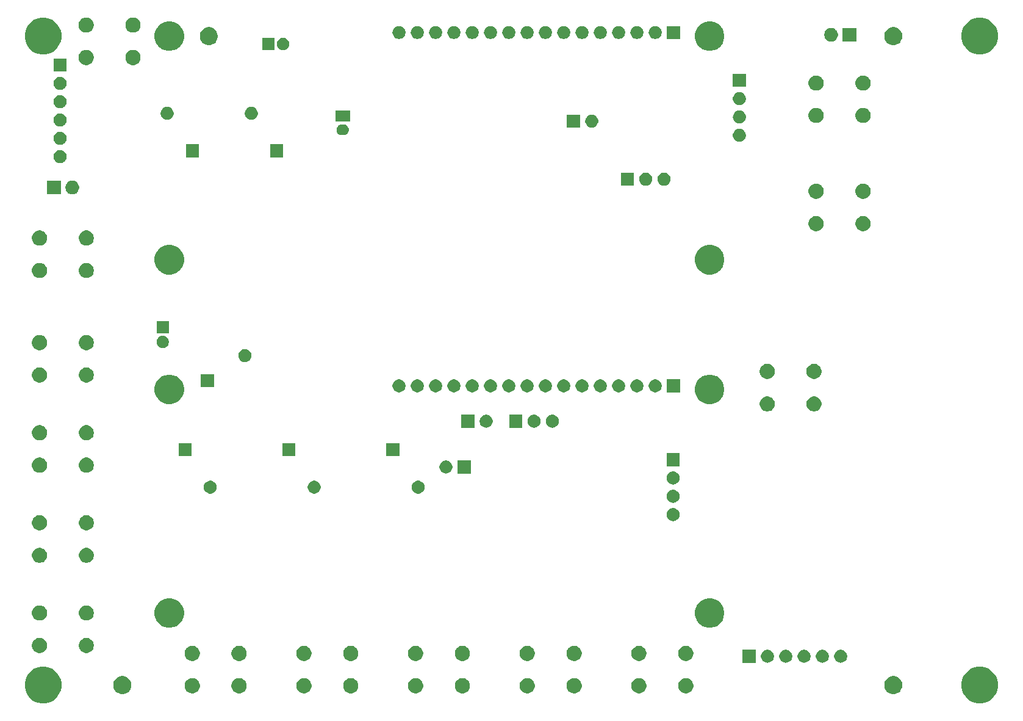
<source format=gbr>
G04 #@! TF.GenerationSoftware,KiCad,Pcbnew,(5.1.5-0-10_14)*
G04 #@! TF.CreationDate,2020-05-31T11:52:53+02:00*
G04 #@! TF.ProjectId,Main_Board_v1_2_smd,4d61696e-5f42-46f6-9172-645f76315f32,rev?*
G04 #@! TF.SameCoordinates,Original*
G04 #@! TF.FileFunction,Soldermask,Bot*
G04 #@! TF.FilePolarity,Negative*
%FSLAX46Y46*%
G04 Gerber Fmt 4.6, Leading zero omitted, Abs format (unit mm)*
G04 Created by KiCad (PCBNEW (5.1.5-0-10_14)) date 2020-05-31 11:52:53*
%MOMM*%
%LPD*%
G04 APERTURE LIST*
%ADD10C,0.100000*%
G04 APERTURE END LIST*
D10*
G36*
X162101952Y-124416416D02*
G01*
X162566204Y-124608715D01*
X162566206Y-124608716D01*
X162984022Y-124887892D01*
X163339345Y-125243215D01*
X163618521Y-125661031D01*
X163618522Y-125661033D01*
X163810821Y-126125285D01*
X163908854Y-126618130D01*
X163908854Y-127120636D01*
X163810821Y-127613481D01*
X163621167Y-128071347D01*
X163618521Y-128077735D01*
X163339345Y-128495551D01*
X162984022Y-128850874D01*
X162566206Y-129130050D01*
X162566205Y-129130051D01*
X162566204Y-129130051D01*
X162101952Y-129322350D01*
X161609107Y-129420383D01*
X161106601Y-129420383D01*
X160613756Y-129322350D01*
X160149504Y-129130051D01*
X160149503Y-129130051D01*
X160149502Y-129130050D01*
X159731686Y-128850874D01*
X159376363Y-128495551D01*
X159097187Y-128077735D01*
X159094541Y-128071347D01*
X158904887Y-127613481D01*
X158806854Y-127120636D01*
X158806854Y-126618130D01*
X158904887Y-126125285D01*
X159097186Y-125661033D01*
X159097187Y-125661031D01*
X159376363Y-125243215D01*
X159731686Y-124887892D01*
X160149502Y-124608716D01*
X160149504Y-124608715D01*
X160613756Y-124416416D01*
X161106601Y-124318383D01*
X161609107Y-124318383D01*
X162101952Y-124416416D01*
G37*
G36*
X32101952Y-124416416D02*
G01*
X32566204Y-124608715D01*
X32566206Y-124608716D01*
X32984022Y-124887892D01*
X33339345Y-125243215D01*
X33618521Y-125661031D01*
X33618522Y-125661033D01*
X33810821Y-126125285D01*
X33908854Y-126618130D01*
X33908854Y-127120636D01*
X33810821Y-127613481D01*
X33621167Y-128071347D01*
X33618521Y-128077735D01*
X33339345Y-128495551D01*
X32984022Y-128850874D01*
X32566206Y-129130050D01*
X32566205Y-129130051D01*
X32566204Y-129130051D01*
X32101952Y-129322350D01*
X31609107Y-129420383D01*
X31106601Y-129420383D01*
X30613756Y-129322350D01*
X30149504Y-129130051D01*
X30149503Y-129130051D01*
X30149502Y-129130050D01*
X29731686Y-128850874D01*
X29376363Y-128495551D01*
X29097187Y-128077735D01*
X29094541Y-128071347D01*
X28904887Y-127613481D01*
X28806854Y-127120636D01*
X28806854Y-126618130D01*
X28904887Y-126125285D01*
X29097186Y-125661033D01*
X29097187Y-125661031D01*
X29376363Y-125243215D01*
X29731686Y-124887892D01*
X30149502Y-124608716D01*
X30149504Y-124608715D01*
X30613756Y-124416416D01*
X31106601Y-124318383D01*
X31609107Y-124318383D01*
X32101952Y-124416416D01*
G37*
G36*
X42722464Y-125667419D02*
G01*
X42949949Y-125761647D01*
X42949951Y-125761648D01*
X43154682Y-125898445D01*
X43328792Y-126072555D01*
X43465590Y-126277288D01*
X43559818Y-126504773D01*
X43607854Y-126746267D01*
X43607854Y-126992499D01*
X43559818Y-127233993D01*
X43465590Y-127461478D01*
X43465589Y-127461480D01*
X43328792Y-127666211D01*
X43154682Y-127840321D01*
X42949951Y-127977118D01*
X42949950Y-127977119D01*
X42949949Y-127977119D01*
X42722464Y-128071347D01*
X42480970Y-128119383D01*
X42234738Y-128119383D01*
X41993244Y-128071347D01*
X41765759Y-127977119D01*
X41765758Y-127977119D01*
X41765757Y-127977118D01*
X41561026Y-127840321D01*
X41386916Y-127666211D01*
X41250119Y-127461480D01*
X41250118Y-127461478D01*
X41155890Y-127233993D01*
X41107854Y-126992499D01*
X41107854Y-126746267D01*
X41155890Y-126504773D01*
X41250118Y-126277288D01*
X41386916Y-126072555D01*
X41561026Y-125898445D01*
X41765757Y-125761648D01*
X41765759Y-125761647D01*
X41993244Y-125667419D01*
X42234738Y-125619383D01*
X42480970Y-125619383D01*
X42722464Y-125667419D01*
G37*
G36*
X149722464Y-125667419D02*
G01*
X149949949Y-125761647D01*
X149949951Y-125761648D01*
X150154682Y-125898445D01*
X150328792Y-126072555D01*
X150465590Y-126277288D01*
X150559818Y-126504773D01*
X150607854Y-126746267D01*
X150607854Y-126992499D01*
X150559818Y-127233993D01*
X150465590Y-127461478D01*
X150465589Y-127461480D01*
X150328792Y-127666211D01*
X150154682Y-127840321D01*
X149949951Y-127977118D01*
X149949950Y-127977119D01*
X149949949Y-127977119D01*
X149722464Y-128071347D01*
X149480970Y-128119383D01*
X149234738Y-128119383D01*
X148993244Y-128071347D01*
X148765759Y-127977119D01*
X148765758Y-127977119D01*
X148765757Y-127977118D01*
X148561026Y-127840321D01*
X148386916Y-127666211D01*
X148250119Y-127461480D01*
X148250118Y-127461478D01*
X148155890Y-127233993D01*
X148107854Y-126992499D01*
X148107854Y-126746267D01*
X148155890Y-126504773D01*
X148250118Y-126277288D01*
X148386916Y-126072555D01*
X148561026Y-125898445D01*
X148765757Y-125761648D01*
X148765759Y-125761647D01*
X148993244Y-125667419D01*
X149234738Y-125619383D01*
X149480970Y-125619383D01*
X149722464Y-125667419D01*
G37*
G36*
X89864418Y-125958772D02*
G01*
X90055687Y-126037998D01*
X90055689Y-126037999D01*
X90186320Y-126125284D01*
X90227827Y-126153018D01*
X90374219Y-126299410D01*
X90489239Y-126471550D01*
X90568465Y-126662819D01*
X90608854Y-126865867D01*
X90608854Y-127072899D01*
X90568465Y-127275947D01*
X90491616Y-127461478D01*
X90489238Y-127467218D01*
X90374219Y-127639356D01*
X90227827Y-127785748D01*
X90055689Y-127900767D01*
X90055688Y-127900768D01*
X90055687Y-127900768D01*
X89864418Y-127979994D01*
X89661370Y-128020383D01*
X89454338Y-128020383D01*
X89251290Y-127979994D01*
X89060021Y-127900768D01*
X89060020Y-127900768D01*
X89060019Y-127900767D01*
X88887881Y-127785748D01*
X88741489Y-127639356D01*
X88626470Y-127467218D01*
X88624092Y-127461478D01*
X88547243Y-127275947D01*
X88506854Y-127072899D01*
X88506854Y-126865867D01*
X88547243Y-126662819D01*
X88626469Y-126471550D01*
X88741489Y-126299410D01*
X88887881Y-126153018D01*
X88929388Y-126125284D01*
X89060019Y-126037999D01*
X89060021Y-126037998D01*
X89251290Y-125958772D01*
X89454338Y-125918383D01*
X89661370Y-125918383D01*
X89864418Y-125958772D01*
G37*
G36*
X83364418Y-125958772D02*
G01*
X83555687Y-126037998D01*
X83555689Y-126037999D01*
X83686320Y-126125284D01*
X83727827Y-126153018D01*
X83874219Y-126299410D01*
X83989239Y-126471550D01*
X84068465Y-126662819D01*
X84108854Y-126865867D01*
X84108854Y-127072899D01*
X84068465Y-127275947D01*
X83991616Y-127461478D01*
X83989238Y-127467218D01*
X83874219Y-127639356D01*
X83727827Y-127785748D01*
X83555689Y-127900767D01*
X83555688Y-127900768D01*
X83555687Y-127900768D01*
X83364418Y-127979994D01*
X83161370Y-128020383D01*
X82954338Y-128020383D01*
X82751290Y-127979994D01*
X82560021Y-127900768D01*
X82560020Y-127900768D01*
X82560019Y-127900767D01*
X82387881Y-127785748D01*
X82241489Y-127639356D01*
X82126470Y-127467218D01*
X82124092Y-127461478D01*
X82047243Y-127275947D01*
X82006854Y-127072899D01*
X82006854Y-126865867D01*
X82047243Y-126662819D01*
X82126469Y-126471550D01*
X82241489Y-126299410D01*
X82387881Y-126153018D01*
X82429388Y-126125284D01*
X82560019Y-126037999D01*
X82560021Y-126037998D01*
X82751290Y-125958772D01*
X82954338Y-125918383D01*
X83161370Y-125918383D01*
X83364418Y-125958772D01*
G37*
G36*
X74364418Y-125958772D02*
G01*
X74555687Y-126037998D01*
X74555689Y-126037999D01*
X74686320Y-126125284D01*
X74727827Y-126153018D01*
X74874219Y-126299410D01*
X74989239Y-126471550D01*
X75068465Y-126662819D01*
X75108854Y-126865867D01*
X75108854Y-127072899D01*
X75068465Y-127275947D01*
X74991616Y-127461478D01*
X74989238Y-127467218D01*
X74874219Y-127639356D01*
X74727827Y-127785748D01*
X74555689Y-127900767D01*
X74555688Y-127900768D01*
X74555687Y-127900768D01*
X74364418Y-127979994D01*
X74161370Y-128020383D01*
X73954338Y-128020383D01*
X73751290Y-127979994D01*
X73560021Y-127900768D01*
X73560020Y-127900768D01*
X73560019Y-127900767D01*
X73387881Y-127785748D01*
X73241489Y-127639356D01*
X73126470Y-127467218D01*
X73124092Y-127461478D01*
X73047243Y-127275947D01*
X73006854Y-127072899D01*
X73006854Y-126865867D01*
X73047243Y-126662819D01*
X73126469Y-126471550D01*
X73241489Y-126299410D01*
X73387881Y-126153018D01*
X73429388Y-126125284D01*
X73560019Y-126037999D01*
X73560021Y-126037998D01*
X73751290Y-125958772D01*
X73954338Y-125918383D01*
X74161370Y-125918383D01*
X74364418Y-125958772D01*
G37*
G36*
X67864418Y-125958772D02*
G01*
X68055687Y-126037998D01*
X68055689Y-126037999D01*
X68186320Y-126125284D01*
X68227827Y-126153018D01*
X68374219Y-126299410D01*
X68489239Y-126471550D01*
X68568465Y-126662819D01*
X68608854Y-126865867D01*
X68608854Y-127072899D01*
X68568465Y-127275947D01*
X68491616Y-127461478D01*
X68489238Y-127467218D01*
X68374219Y-127639356D01*
X68227827Y-127785748D01*
X68055689Y-127900767D01*
X68055688Y-127900768D01*
X68055687Y-127900768D01*
X67864418Y-127979994D01*
X67661370Y-128020383D01*
X67454338Y-128020383D01*
X67251290Y-127979994D01*
X67060021Y-127900768D01*
X67060020Y-127900768D01*
X67060019Y-127900767D01*
X66887881Y-127785748D01*
X66741489Y-127639356D01*
X66626470Y-127467218D01*
X66624092Y-127461478D01*
X66547243Y-127275947D01*
X66506854Y-127072899D01*
X66506854Y-126865867D01*
X66547243Y-126662819D01*
X66626469Y-126471550D01*
X66741489Y-126299410D01*
X66887881Y-126153018D01*
X66929388Y-126125284D01*
X67060019Y-126037999D01*
X67060021Y-126037998D01*
X67251290Y-125958772D01*
X67454338Y-125918383D01*
X67661370Y-125918383D01*
X67864418Y-125958772D01*
G37*
G36*
X58864418Y-125958772D02*
G01*
X59055687Y-126037998D01*
X59055689Y-126037999D01*
X59186320Y-126125284D01*
X59227827Y-126153018D01*
X59374219Y-126299410D01*
X59489239Y-126471550D01*
X59568465Y-126662819D01*
X59608854Y-126865867D01*
X59608854Y-127072899D01*
X59568465Y-127275947D01*
X59491616Y-127461478D01*
X59489238Y-127467218D01*
X59374219Y-127639356D01*
X59227827Y-127785748D01*
X59055689Y-127900767D01*
X59055688Y-127900768D01*
X59055687Y-127900768D01*
X58864418Y-127979994D01*
X58661370Y-128020383D01*
X58454338Y-128020383D01*
X58251290Y-127979994D01*
X58060021Y-127900768D01*
X58060020Y-127900768D01*
X58060019Y-127900767D01*
X57887881Y-127785748D01*
X57741489Y-127639356D01*
X57626470Y-127467218D01*
X57624092Y-127461478D01*
X57547243Y-127275947D01*
X57506854Y-127072899D01*
X57506854Y-126865867D01*
X57547243Y-126662819D01*
X57626469Y-126471550D01*
X57741489Y-126299410D01*
X57887881Y-126153018D01*
X57929388Y-126125284D01*
X58060019Y-126037999D01*
X58060021Y-126037998D01*
X58251290Y-125958772D01*
X58454338Y-125918383D01*
X58661370Y-125918383D01*
X58864418Y-125958772D01*
G37*
G36*
X52364418Y-125958772D02*
G01*
X52555687Y-126037998D01*
X52555689Y-126037999D01*
X52686320Y-126125284D01*
X52727827Y-126153018D01*
X52874219Y-126299410D01*
X52989239Y-126471550D01*
X53068465Y-126662819D01*
X53108854Y-126865867D01*
X53108854Y-127072899D01*
X53068465Y-127275947D01*
X52991616Y-127461478D01*
X52989238Y-127467218D01*
X52874219Y-127639356D01*
X52727827Y-127785748D01*
X52555689Y-127900767D01*
X52555688Y-127900768D01*
X52555687Y-127900768D01*
X52364418Y-127979994D01*
X52161370Y-128020383D01*
X51954338Y-128020383D01*
X51751290Y-127979994D01*
X51560021Y-127900768D01*
X51560020Y-127900768D01*
X51560019Y-127900767D01*
X51387881Y-127785748D01*
X51241489Y-127639356D01*
X51126470Y-127467218D01*
X51124092Y-127461478D01*
X51047243Y-127275947D01*
X51006854Y-127072899D01*
X51006854Y-126865867D01*
X51047243Y-126662819D01*
X51126469Y-126471550D01*
X51241489Y-126299410D01*
X51387881Y-126153018D01*
X51429388Y-126125284D01*
X51560019Y-126037999D01*
X51560021Y-126037998D01*
X51751290Y-125958772D01*
X51954338Y-125918383D01*
X52161370Y-125918383D01*
X52364418Y-125958772D01*
G37*
G36*
X120864418Y-125958772D02*
G01*
X121055687Y-126037998D01*
X121055689Y-126037999D01*
X121186320Y-126125284D01*
X121227827Y-126153018D01*
X121374219Y-126299410D01*
X121489239Y-126471550D01*
X121568465Y-126662819D01*
X121608854Y-126865867D01*
X121608854Y-127072899D01*
X121568465Y-127275947D01*
X121491616Y-127461478D01*
X121489238Y-127467218D01*
X121374219Y-127639356D01*
X121227827Y-127785748D01*
X121055689Y-127900767D01*
X121055688Y-127900768D01*
X121055687Y-127900768D01*
X120864418Y-127979994D01*
X120661370Y-128020383D01*
X120454338Y-128020383D01*
X120251290Y-127979994D01*
X120060021Y-127900768D01*
X120060020Y-127900768D01*
X120060019Y-127900767D01*
X119887881Y-127785748D01*
X119741489Y-127639356D01*
X119626470Y-127467218D01*
X119624092Y-127461478D01*
X119547243Y-127275947D01*
X119506854Y-127072899D01*
X119506854Y-126865867D01*
X119547243Y-126662819D01*
X119626469Y-126471550D01*
X119741489Y-126299410D01*
X119887881Y-126153018D01*
X119929388Y-126125284D01*
X120060019Y-126037999D01*
X120060021Y-126037998D01*
X120251290Y-125958772D01*
X120454338Y-125918383D01*
X120661370Y-125918383D01*
X120864418Y-125958772D01*
G37*
G36*
X114364418Y-125958772D02*
G01*
X114555687Y-126037998D01*
X114555689Y-126037999D01*
X114686320Y-126125284D01*
X114727827Y-126153018D01*
X114874219Y-126299410D01*
X114989239Y-126471550D01*
X115068465Y-126662819D01*
X115108854Y-126865867D01*
X115108854Y-127072899D01*
X115068465Y-127275947D01*
X114991616Y-127461478D01*
X114989238Y-127467218D01*
X114874219Y-127639356D01*
X114727827Y-127785748D01*
X114555689Y-127900767D01*
X114555688Y-127900768D01*
X114555687Y-127900768D01*
X114364418Y-127979994D01*
X114161370Y-128020383D01*
X113954338Y-128020383D01*
X113751290Y-127979994D01*
X113560021Y-127900768D01*
X113560020Y-127900768D01*
X113560019Y-127900767D01*
X113387881Y-127785748D01*
X113241489Y-127639356D01*
X113126470Y-127467218D01*
X113124092Y-127461478D01*
X113047243Y-127275947D01*
X113006854Y-127072899D01*
X113006854Y-126865867D01*
X113047243Y-126662819D01*
X113126469Y-126471550D01*
X113241489Y-126299410D01*
X113387881Y-126153018D01*
X113429388Y-126125284D01*
X113560019Y-126037999D01*
X113560021Y-126037998D01*
X113751290Y-125958772D01*
X113954338Y-125918383D01*
X114161370Y-125918383D01*
X114364418Y-125958772D01*
G37*
G36*
X105364418Y-125958772D02*
G01*
X105555687Y-126037998D01*
X105555689Y-126037999D01*
X105686320Y-126125284D01*
X105727827Y-126153018D01*
X105874219Y-126299410D01*
X105989239Y-126471550D01*
X106068465Y-126662819D01*
X106108854Y-126865867D01*
X106108854Y-127072899D01*
X106068465Y-127275947D01*
X105991616Y-127461478D01*
X105989238Y-127467218D01*
X105874219Y-127639356D01*
X105727827Y-127785748D01*
X105555689Y-127900767D01*
X105555688Y-127900768D01*
X105555687Y-127900768D01*
X105364418Y-127979994D01*
X105161370Y-128020383D01*
X104954338Y-128020383D01*
X104751290Y-127979994D01*
X104560021Y-127900768D01*
X104560020Y-127900768D01*
X104560019Y-127900767D01*
X104387881Y-127785748D01*
X104241489Y-127639356D01*
X104126470Y-127467218D01*
X104124092Y-127461478D01*
X104047243Y-127275947D01*
X104006854Y-127072899D01*
X104006854Y-126865867D01*
X104047243Y-126662819D01*
X104126469Y-126471550D01*
X104241489Y-126299410D01*
X104387881Y-126153018D01*
X104429388Y-126125284D01*
X104560019Y-126037999D01*
X104560021Y-126037998D01*
X104751290Y-125958772D01*
X104954338Y-125918383D01*
X105161370Y-125918383D01*
X105364418Y-125958772D01*
G37*
G36*
X98864418Y-125958772D02*
G01*
X99055687Y-126037998D01*
X99055689Y-126037999D01*
X99186320Y-126125284D01*
X99227827Y-126153018D01*
X99374219Y-126299410D01*
X99489239Y-126471550D01*
X99568465Y-126662819D01*
X99608854Y-126865867D01*
X99608854Y-127072899D01*
X99568465Y-127275947D01*
X99491616Y-127461478D01*
X99489238Y-127467218D01*
X99374219Y-127639356D01*
X99227827Y-127785748D01*
X99055689Y-127900767D01*
X99055688Y-127900768D01*
X99055687Y-127900768D01*
X98864418Y-127979994D01*
X98661370Y-128020383D01*
X98454338Y-128020383D01*
X98251290Y-127979994D01*
X98060021Y-127900768D01*
X98060020Y-127900768D01*
X98060019Y-127900767D01*
X97887881Y-127785748D01*
X97741489Y-127639356D01*
X97626470Y-127467218D01*
X97624092Y-127461478D01*
X97547243Y-127275947D01*
X97506854Y-127072899D01*
X97506854Y-126865867D01*
X97547243Y-126662819D01*
X97626469Y-126471550D01*
X97741489Y-126299410D01*
X97887881Y-126153018D01*
X97929388Y-126125284D01*
X98060019Y-126037999D01*
X98060021Y-126037998D01*
X98251290Y-125958772D01*
X98454338Y-125918383D01*
X98661370Y-125918383D01*
X98864418Y-125958772D01*
G37*
G36*
X142162507Y-121971548D02*
G01*
X142320666Y-122003007D01*
X142484638Y-122070927D01*
X142632208Y-122169530D01*
X142757707Y-122295029D01*
X142856310Y-122442599D01*
X142924230Y-122606571D01*
X142958854Y-122780642D01*
X142958854Y-122958124D01*
X142924230Y-123132195D01*
X142856310Y-123296167D01*
X142757707Y-123443737D01*
X142632208Y-123569236D01*
X142484638Y-123667839D01*
X142320666Y-123735759D01*
X142171366Y-123765456D01*
X142146596Y-123770383D01*
X141969112Y-123770383D01*
X141944342Y-123765456D01*
X141795042Y-123735759D01*
X141631070Y-123667839D01*
X141483500Y-123569236D01*
X141358001Y-123443737D01*
X141259398Y-123296167D01*
X141191478Y-123132195D01*
X141156854Y-122958124D01*
X141156854Y-122780642D01*
X141191478Y-122606571D01*
X141259398Y-122442599D01*
X141358001Y-122295029D01*
X141483500Y-122169530D01*
X141631070Y-122070927D01*
X141795042Y-122003007D01*
X141953201Y-121971548D01*
X141969112Y-121968383D01*
X142146596Y-121968383D01*
X142162507Y-121971548D01*
G37*
G36*
X139622507Y-121971548D02*
G01*
X139780666Y-122003007D01*
X139944638Y-122070927D01*
X140092208Y-122169530D01*
X140217707Y-122295029D01*
X140316310Y-122442599D01*
X140384230Y-122606571D01*
X140418854Y-122780642D01*
X140418854Y-122958124D01*
X140384230Y-123132195D01*
X140316310Y-123296167D01*
X140217707Y-123443737D01*
X140092208Y-123569236D01*
X139944638Y-123667839D01*
X139780666Y-123735759D01*
X139631366Y-123765456D01*
X139606596Y-123770383D01*
X139429112Y-123770383D01*
X139404342Y-123765456D01*
X139255042Y-123735759D01*
X139091070Y-123667839D01*
X138943500Y-123569236D01*
X138818001Y-123443737D01*
X138719398Y-123296167D01*
X138651478Y-123132195D01*
X138616854Y-122958124D01*
X138616854Y-122780642D01*
X138651478Y-122606571D01*
X138719398Y-122442599D01*
X138818001Y-122295029D01*
X138943500Y-122169530D01*
X139091070Y-122070927D01*
X139255042Y-122003007D01*
X139413201Y-121971548D01*
X139429112Y-121968383D01*
X139606596Y-121968383D01*
X139622507Y-121971548D01*
G37*
G36*
X137082507Y-121971548D02*
G01*
X137240666Y-122003007D01*
X137404638Y-122070927D01*
X137552208Y-122169530D01*
X137677707Y-122295029D01*
X137776310Y-122442599D01*
X137844230Y-122606571D01*
X137878854Y-122780642D01*
X137878854Y-122958124D01*
X137844230Y-123132195D01*
X137776310Y-123296167D01*
X137677707Y-123443737D01*
X137552208Y-123569236D01*
X137404638Y-123667839D01*
X137240666Y-123735759D01*
X137091366Y-123765456D01*
X137066596Y-123770383D01*
X136889112Y-123770383D01*
X136864342Y-123765456D01*
X136715042Y-123735759D01*
X136551070Y-123667839D01*
X136403500Y-123569236D01*
X136278001Y-123443737D01*
X136179398Y-123296167D01*
X136111478Y-123132195D01*
X136076854Y-122958124D01*
X136076854Y-122780642D01*
X136111478Y-122606571D01*
X136179398Y-122442599D01*
X136278001Y-122295029D01*
X136403500Y-122169530D01*
X136551070Y-122070927D01*
X136715042Y-122003007D01*
X136873201Y-121971548D01*
X136889112Y-121968383D01*
X137066596Y-121968383D01*
X137082507Y-121971548D01*
G37*
G36*
X134542507Y-121971548D02*
G01*
X134700666Y-122003007D01*
X134864638Y-122070927D01*
X135012208Y-122169530D01*
X135137707Y-122295029D01*
X135236310Y-122442599D01*
X135304230Y-122606571D01*
X135338854Y-122780642D01*
X135338854Y-122958124D01*
X135304230Y-123132195D01*
X135236310Y-123296167D01*
X135137707Y-123443737D01*
X135012208Y-123569236D01*
X134864638Y-123667839D01*
X134700666Y-123735759D01*
X134551366Y-123765456D01*
X134526596Y-123770383D01*
X134349112Y-123770383D01*
X134324342Y-123765456D01*
X134175042Y-123735759D01*
X134011070Y-123667839D01*
X133863500Y-123569236D01*
X133738001Y-123443737D01*
X133639398Y-123296167D01*
X133571478Y-123132195D01*
X133536854Y-122958124D01*
X133536854Y-122780642D01*
X133571478Y-122606571D01*
X133639398Y-122442599D01*
X133738001Y-122295029D01*
X133863500Y-122169530D01*
X134011070Y-122070927D01*
X134175042Y-122003007D01*
X134333201Y-121971548D01*
X134349112Y-121968383D01*
X134526596Y-121968383D01*
X134542507Y-121971548D01*
G37*
G36*
X132002507Y-121971548D02*
G01*
X132160666Y-122003007D01*
X132324638Y-122070927D01*
X132472208Y-122169530D01*
X132597707Y-122295029D01*
X132696310Y-122442599D01*
X132764230Y-122606571D01*
X132798854Y-122780642D01*
X132798854Y-122958124D01*
X132764230Y-123132195D01*
X132696310Y-123296167D01*
X132597707Y-123443737D01*
X132472208Y-123569236D01*
X132324638Y-123667839D01*
X132160666Y-123735759D01*
X132011366Y-123765456D01*
X131986596Y-123770383D01*
X131809112Y-123770383D01*
X131784342Y-123765456D01*
X131635042Y-123735759D01*
X131471070Y-123667839D01*
X131323500Y-123569236D01*
X131198001Y-123443737D01*
X131099398Y-123296167D01*
X131031478Y-123132195D01*
X130996854Y-122958124D01*
X130996854Y-122780642D01*
X131031478Y-122606571D01*
X131099398Y-122442599D01*
X131198001Y-122295029D01*
X131323500Y-122169530D01*
X131471070Y-122070927D01*
X131635042Y-122003007D01*
X131793201Y-121971548D01*
X131809112Y-121968383D01*
X131986596Y-121968383D01*
X132002507Y-121971548D01*
G37*
G36*
X130258854Y-123770383D02*
G01*
X128456854Y-123770383D01*
X128456854Y-121968383D01*
X130258854Y-121968383D01*
X130258854Y-123770383D01*
G37*
G36*
X58864418Y-121458772D02*
G01*
X59055687Y-121537998D01*
X59055689Y-121537999D01*
X59227827Y-121653018D01*
X59374219Y-121799410D01*
X59419526Y-121867216D01*
X59489239Y-121971550D01*
X59568465Y-122162819D01*
X59608854Y-122365867D01*
X59608854Y-122572899D01*
X59568465Y-122775947D01*
X59489239Y-122967216D01*
X59489238Y-122967218D01*
X59374219Y-123139356D01*
X59227827Y-123285748D01*
X59055689Y-123400767D01*
X59055688Y-123400768D01*
X59055687Y-123400768D01*
X58864418Y-123479994D01*
X58661370Y-123520383D01*
X58454338Y-123520383D01*
X58251290Y-123479994D01*
X58060021Y-123400768D01*
X58060020Y-123400768D01*
X58060019Y-123400767D01*
X57887881Y-123285748D01*
X57741489Y-123139356D01*
X57626470Y-122967218D01*
X57626469Y-122967216D01*
X57547243Y-122775947D01*
X57506854Y-122572899D01*
X57506854Y-122365867D01*
X57547243Y-122162819D01*
X57626469Y-121971550D01*
X57696183Y-121867216D01*
X57741489Y-121799410D01*
X57887881Y-121653018D01*
X58060019Y-121537999D01*
X58060021Y-121537998D01*
X58251290Y-121458772D01*
X58454338Y-121418383D01*
X58661370Y-121418383D01*
X58864418Y-121458772D01*
G37*
G36*
X89864418Y-121458772D02*
G01*
X90055687Y-121537998D01*
X90055689Y-121537999D01*
X90227827Y-121653018D01*
X90374219Y-121799410D01*
X90419526Y-121867216D01*
X90489239Y-121971550D01*
X90568465Y-122162819D01*
X90608854Y-122365867D01*
X90608854Y-122572899D01*
X90568465Y-122775947D01*
X90489239Y-122967216D01*
X90489238Y-122967218D01*
X90374219Y-123139356D01*
X90227827Y-123285748D01*
X90055689Y-123400767D01*
X90055688Y-123400768D01*
X90055687Y-123400768D01*
X89864418Y-123479994D01*
X89661370Y-123520383D01*
X89454338Y-123520383D01*
X89251290Y-123479994D01*
X89060021Y-123400768D01*
X89060020Y-123400768D01*
X89060019Y-123400767D01*
X88887881Y-123285748D01*
X88741489Y-123139356D01*
X88626470Y-122967218D01*
X88626469Y-122967216D01*
X88547243Y-122775947D01*
X88506854Y-122572899D01*
X88506854Y-122365867D01*
X88547243Y-122162819D01*
X88626469Y-121971550D01*
X88696183Y-121867216D01*
X88741489Y-121799410D01*
X88887881Y-121653018D01*
X89060019Y-121537999D01*
X89060021Y-121537998D01*
X89251290Y-121458772D01*
X89454338Y-121418383D01*
X89661370Y-121418383D01*
X89864418Y-121458772D01*
G37*
G36*
X67864418Y-121458772D02*
G01*
X68055687Y-121537998D01*
X68055689Y-121537999D01*
X68227827Y-121653018D01*
X68374219Y-121799410D01*
X68419526Y-121867216D01*
X68489239Y-121971550D01*
X68568465Y-122162819D01*
X68608854Y-122365867D01*
X68608854Y-122572899D01*
X68568465Y-122775947D01*
X68489239Y-122967216D01*
X68489238Y-122967218D01*
X68374219Y-123139356D01*
X68227827Y-123285748D01*
X68055689Y-123400767D01*
X68055688Y-123400768D01*
X68055687Y-123400768D01*
X67864418Y-123479994D01*
X67661370Y-123520383D01*
X67454338Y-123520383D01*
X67251290Y-123479994D01*
X67060021Y-123400768D01*
X67060020Y-123400768D01*
X67060019Y-123400767D01*
X66887881Y-123285748D01*
X66741489Y-123139356D01*
X66626470Y-122967218D01*
X66626469Y-122967216D01*
X66547243Y-122775947D01*
X66506854Y-122572899D01*
X66506854Y-122365867D01*
X66547243Y-122162819D01*
X66626469Y-121971550D01*
X66696183Y-121867216D01*
X66741489Y-121799410D01*
X66887881Y-121653018D01*
X67060019Y-121537999D01*
X67060021Y-121537998D01*
X67251290Y-121458772D01*
X67454338Y-121418383D01*
X67661370Y-121418383D01*
X67864418Y-121458772D01*
G37*
G36*
X98864418Y-121458772D02*
G01*
X99055687Y-121537998D01*
X99055689Y-121537999D01*
X99227827Y-121653018D01*
X99374219Y-121799410D01*
X99419526Y-121867216D01*
X99489239Y-121971550D01*
X99568465Y-122162819D01*
X99608854Y-122365867D01*
X99608854Y-122572899D01*
X99568465Y-122775947D01*
X99489239Y-122967216D01*
X99489238Y-122967218D01*
X99374219Y-123139356D01*
X99227827Y-123285748D01*
X99055689Y-123400767D01*
X99055688Y-123400768D01*
X99055687Y-123400768D01*
X98864418Y-123479994D01*
X98661370Y-123520383D01*
X98454338Y-123520383D01*
X98251290Y-123479994D01*
X98060021Y-123400768D01*
X98060020Y-123400768D01*
X98060019Y-123400767D01*
X97887881Y-123285748D01*
X97741489Y-123139356D01*
X97626470Y-122967218D01*
X97626469Y-122967216D01*
X97547243Y-122775947D01*
X97506854Y-122572899D01*
X97506854Y-122365867D01*
X97547243Y-122162819D01*
X97626469Y-121971550D01*
X97696183Y-121867216D01*
X97741489Y-121799410D01*
X97887881Y-121653018D01*
X98060019Y-121537999D01*
X98060021Y-121537998D01*
X98251290Y-121458772D01*
X98454338Y-121418383D01*
X98661370Y-121418383D01*
X98864418Y-121458772D01*
G37*
G36*
X74364418Y-121458772D02*
G01*
X74555687Y-121537998D01*
X74555689Y-121537999D01*
X74727827Y-121653018D01*
X74874219Y-121799410D01*
X74919526Y-121867216D01*
X74989239Y-121971550D01*
X75068465Y-122162819D01*
X75108854Y-122365867D01*
X75108854Y-122572899D01*
X75068465Y-122775947D01*
X74989239Y-122967216D01*
X74989238Y-122967218D01*
X74874219Y-123139356D01*
X74727827Y-123285748D01*
X74555689Y-123400767D01*
X74555688Y-123400768D01*
X74555687Y-123400768D01*
X74364418Y-123479994D01*
X74161370Y-123520383D01*
X73954338Y-123520383D01*
X73751290Y-123479994D01*
X73560021Y-123400768D01*
X73560020Y-123400768D01*
X73560019Y-123400767D01*
X73387881Y-123285748D01*
X73241489Y-123139356D01*
X73126470Y-122967218D01*
X73126469Y-122967216D01*
X73047243Y-122775947D01*
X73006854Y-122572899D01*
X73006854Y-122365867D01*
X73047243Y-122162819D01*
X73126469Y-121971550D01*
X73196183Y-121867216D01*
X73241489Y-121799410D01*
X73387881Y-121653018D01*
X73560019Y-121537999D01*
X73560021Y-121537998D01*
X73751290Y-121458772D01*
X73954338Y-121418383D01*
X74161370Y-121418383D01*
X74364418Y-121458772D01*
G37*
G36*
X105364418Y-121458772D02*
G01*
X105555687Y-121537998D01*
X105555689Y-121537999D01*
X105727827Y-121653018D01*
X105874219Y-121799410D01*
X105919526Y-121867216D01*
X105989239Y-121971550D01*
X106068465Y-122162819D01*
X106108854Y-122365867D01*
X106108854Y-122572899D01*
X106068465Y-122775947D01*
X105989239Y-122967216D01*
X105989238Y-122967218D01*
X105874219Y-123139356D01*
X105727827Y-123285748D01*
X105555689Y-123400767D01*
X105555688Y-123400768D01*
X105555687Y-123400768D01*
X105364418Y-123479994D01*
X105161370Y-123520383D01*
X104954338Y-123520383D01*
X104751290Y-123479994D01*
X104560021Y-123400768D01*
X104560020Y-123400768D01*
X104560019Y-123400767D01*
X104387881Y-123285748D01*
X104241489Y-123139356D01*
X104126470Y-122967218D01*
X104126469Y-122967216D01*
X104047243Y-122775947D01*
X104006854Y-122572899D01*
X104006854Y-122365867D01*
X104047243Y-122162819D01*
X104126469Y-121971550D01*
X104196183Y-121867216D01*
X104241489Y-121799410D01*
X104387881Y-121653018D01*
X104560019Y-121537999D01*
X104560021Y-121537998D01*
X104751290Y-121458772D01*
X104954338Y-121418383D01*
X105161370Y-121418383D01*
X105364418Y-121458772D01*
G37*
G36*
X114364418Y-121458772D02*
G01*
X114555687Y-121537998D01*
X114555689Y-121537999D01*
X114727827Y-121653018D01*
X114874219Y-121799410D01*
X114919526Y-121867216D01*
X114989239Y-121971550D01*
X115068465Y-122162819D01*
X115108854Y-122365867D01*
X115108854Y-122572899D01*
X115068465Y-122775947D01*
X114989239Y-122967216D01*
X114989238Y-122967218D01*
X114874219Y-123139356D01*
X114727827Y-123285748D01*
X114555689Y-123400767D01*
X114555688Y-123400768D01*
X114555687Y-123400768D01*
X114364418Y-123479994D01*
X114161370Y-123520383D01*
X113954338Y-123520383D01*
X113751290Y-123479994D01*
X113560021Y-123400768D01*
X113560020Y-123400768D01*
X113560019Y-123400767D01*
X113387881Y-123285748D01*
X113241489Y-123139356D01*
X113126470Y-122967218D01*
X113126469Y-122967216D01*
X113047243Y-122775947D01*
X113006854Y-122572899D01*
X113006854Y-122365867D01*
X113047243Y-122162819D01*
X113126469Y-121971550D01*
X113196183Y-121867216D01*
X113241489Y-121799410D01*
X113387881Y-121653018D01*
X113560019Y-121537999D01*
X113560021Y-121537998D01*
X113751290Y-121458772D01*
X113954338Y-121418383D01*
X114161370Y-121418383D01*
X114364418Y-121458772D01*
G37*
G36*
X120864418Y-121458772D02*
G01*
X121055687Y-121537998D01*
X121055689Y-121537999D01*
X121227827Y-121653018D01*
X121374219Y-121799410D01*
X121419526Y-121867216D01*
X121489239Y-121971550D01*
X121568465Y-122162819D01*
X121608854Y-122365867D01*
X121608854Y-122572899D01*
X121568465Y-122775947D01*
X121489239Y-122967216D01*
X121489238Y-122967218D01*
X121374219Y-123139356D01*
X121227827Y-123285748D01*
X121055689Y-123400767D01*
X121055688Y-123400768D01*
X121055687Y-123400768D01*
X120864418Y-123479994D01*
X120661370Y-123520383D01*
X120454338Y-123520383D01*
X120251290Y-123479994D01*
X120060021Y-123400768D01*
X120060020Y-123400768D01*
X120060019Y-123400767D01*
X119887881Y-123285748D01*
X119741489Y-123139356D01*
X119626470Y-122967218D01*
X119626469Y-122967216D01*
X119547243Y-122775947D01*
X119506854Y-122572899D01*
X119506854Y-122365867D01*
X119547243Y-122162819D01*
X119626469Y-121971550D01*
X119696183Y-121867216D01*
X119741489Y-121799410D01*
X119887881Y-121653018D01*
X120060019Y-121537999D01*
X120060021Y-121537998D01*
X120251290Y-121458772D01*
X120454338Y-121418383D01*
X120661370Y-121418383D01*
X120864418Y-121458772D01*
G37*
G36*
X52364418Y-121458772D02*
G01*
X52555687Y-121537998D01*
X52555689Y-121537999D01*
X52727827Y-121653018D01*
X52874219Y-121799410D01*
X52919526Y-121867216D01*
X52989239Y-121971550D01*
X53068465Y-122162819D01*
X53108854Y-122365867D01*
X53108854Y-122572899D01*
X53068465Y-122775947D01*
X52989239Y-122967216D01*
X52989238Y-122967218D01*
X52874219Y-123139356D01*
X52727827Y-123285748D01*
X52555689Y-123400767D01*
X52555688Y-123400768D01*
X52555687Y-123400768D01*
X52364418Y-123479994D01*
X52161370Y-123520383D01*
X51954338Y-123520383D01*
X51751290Y-123479994D01*
X51560021Y-123400768D01*
X51560020Y-123400768D01*
X51560019Y-123400767D01*
X51387881Y-123285748D01*
X51241489Y-123139356D01*
X51126470Y-122967218D01*
X51126469Y-122967216D01*
X51047243Y-122775947D01*
X51006854Y-122572899D01*
X51006854Y-122365867D01*
X51047243Y-122162819D01*
X51126469Y-121971550D01*
X51196183Y-121867216D01*
X51241489Y-121799410D01*
X51387881Y-121653018D01*
X51560019Y-121537999D01*
X51560021Y-121537998D01*
X51751290Y-121458772D01*
X51954338Y-121418383D01*
X52161370Y-121418383D01*
X52364418Y-121458772D01*
G37*
G36*
X83364418Y-121458772D02*
G01*
X83555687Y-121537998D01*
X83555689Y-121537999D01*
X83727827Y-121653018D01*
X83874219Y-121799410D01*
X83919526Y-121867216D01*
X83989239Y-121971550D01*
X84068465Y-122162819D01*
X84108854Y-122365867D01*
X84108854Y-122572899D01*
X84068465Y-122775947D01*
X83989239Y-122967216D01*
X83989238Y-122967218D01*
X83874219Y-123139356D01*
X83727827Y-123285748D01*
X83555689Y-123400767D01*
X83555688Y-123400768D01*
X83555687Y-123400768D01*
X83364418Y-123479994D01*
X83161370Y-123520383D01*
X82954338Y-123520383D01*
X82751290Y-123479994D01*
X82560021Y-123400768D01*
X82560020Y-123400768D01*
X82560019Y-123400767D01*
X82387881Y-123285748D01*
X82241489Y-123139356D01*
X82126470Y-122967218D01*
X82126469Y-122967216D01*
X82047243Y-122775947D01*
X82006854Y-122572899D01*
X82006854Y-122365867D01*
X82047243Y-122162819D01*
X82126469Y-121971550D01*
X82196183Y-121867216D01*
X82241489Y-121799410D01*
X82387881Y-121653018D01*
X82560019Y-121537999D01*
X82560021Y-121537998D01*
X82751290Y-121458772D01*
X82954338Y-121418383D01*
X83161370Y-121418383D01*
X83364418Y-121458772D01*
G37*
G36*
X31164418Y-120358772D02*
G01*
X31355687Y-120437998D01*
X31355689Y-120437999D01*
X31527827Y-120553018D01*
X31674219Y-120699410D01*
X31789239Y-120871550D01*
X31868465Y-121062819D01*
X31908854Y-121265867D01*
X31908854Y-121472899D01*
X31868465Y-121675947D01*
X31817325Y-121799410D01*
X31789238Y-121867218D01*
X31674219Y-122039356D01*
X31527827Y-122185748D01*
X31355689Y-122300767D01*
X31355688Y-122300768D01*
X31355687Y-122300768D01*
X31164418Y-122379994D01*
X30961370Y-122420383D01*
X30754338Y-122420383D01*
X30551290Y-122379994D01*
X30360021Y-122300768D01*
X30360020Y-122300768D01*
X30360019Y-122300767D01*
X30187881Y-122185748D01*
X30041489Y-122039356D01*
X29926470Y-121867218D01*
X29898383Y-121799410D01*
X29847243Y-121675947D01*
X29806854Y-121472899D01*
X29806854Y-121265867D01*
X29847243Y-121062819D01*
X29926469Y-120871550D01*
X30041489Y-120699410D01*
X30187881Y-120553018D01*
X30360019Y-120437999D01*
X30360021Y-120437998D01*
X30551290Y-120358772D01*
X30754338Y-120318383D01*
X30961370Y-120318383D01*
X31164418Y-120358772D01*
G37*
G36*
X37664418Y-120358772D02*
G01*
X37855687Y-120437998D01*
X37855689Y-120437999D01*
X38027827Y-120553018D01*
X38174219Y-120699410D01*
X38289239Y-120871550D01*
X38368465Y-121062819D01*
X38408854Y-121265867D01*
X38408854Y-121472899D01*
X38368465Y-121675947D01*
X38317325Y-121799410D01*
X38289238Y-121867218D01*
X38174219Y-122039356D01*
X38027827Y-122185748D01*
X37855689Y-122300767D01*
X37855688Y-122300768D01*
X37855687Y-122300768D01*
X37664418Y-122379994D01*
X37461370Y-122420383D01*
X37254338Y-122420383D01*
X37051290Y-122379994D01*
X36860021Y-122300768D01*
X36860020Y-122300768D01*
X36860019Y-122300767D01*
X36687881Y-122185748D01*
X36541489Y-122039356D01*
X36426470Y-121867218D01*
X36398383Y-121799410D01*
X36347243Y-121675947D01*
X36306854Y-121472899D01*
X36306854Y-121265867D01*
X36347243Y-121062819D01*
X36426469Y-120871550D01*
X36541489Y-120699410D01*
X36687881Y-120553018D01*
X36860019Y-120437999D01*
X36860021Y-120437998D01*
X37051290Y-120358772D01*
X37254338Y-120318383D01*
X37461370Y-120318383D01*
X37664418Y-120358772D01*
G37*
G36*
X49456108Y-114897201D02*
G01*
X49829365Y-115051809D01*
X49829367Y-115051810D01*
X50165290Y-115276267D01*
X50450970Y-115561947D01*
X50649303Y-115858772D01*
X50675428Y-115897872D01*
X50830036Y-116271129D01*
X50908854Y-116667376D01*
X50908854Y-117071390D01*
X50830036Y-117467637D01*
X50692049Y-117800767D01*
X50675427Y-117840896D01*
X50450970Y-118176819D01*
X50165290Y-118462499D01*
X49829367Y-118686956D01*
X49829366Y-118686957D01*
X49829365Y-118686957D01*
X49456108Y-118841565D01*
X49059861Y-118920383D01*
X48655847Y-118920383D01*
X48259600Y-118841565D01*
X47886343Y-118686957D01*
X47886342Y-118686957D01*
X47886341Y-118686956D01*
X47550418Y-118462499D01*
X47264738Y-118176819D01*
X47040281Y-117840896D01*
X47023659Y-117800767D01*
X46885672Y-117467637D01*
X46806854Y-117071390D01*
X46806854Y-116667376D01*
X46885672Y-116271129D01*
X47040280Y-115897872D01*
X47066406Y-115858772D01*
X47264738Y-115561947D01*
X47550418Y-115276267D01*
X47886341Y-115051810D01*
X47886343Y-115051809D01*
X48259600Y-114897201D01*
X48655847Y-114818383D01*
X49059861Y-114818383D01*
X49456108Y-114897201D01*
G37*
G36*
X124456108Y-114897201D02*
G01*
X124829365Y-115051809D01*
X124829367Y-115051810D01*
X125165290Y-115276267D01*
X125450970Y-115561947D01*
X125649303Y-115858772D01*
X125675428Y-115897872D01*
X125830036Y-116271129D01*
X125908854Y-116667376D01*
X125908854Y-117071390D01*
X125830036Y-117467637D01*
X125692049Y-117800767D01*
X125675427Y-117840896D01*
X125450970Y-118176819D01*
X125165290Y-118462499D01*
X124829367Y-118686956D01*
X124829366Y-118686957D01*
X124829365Y-118686957D01*
X124456108Y-118841565D01*
X124059861Y-118920383D01*
X123655847Y-118920383D01*
X123259600Y-118841565D01*
X122886343Y-118686957D01*
X122886342Y-118686957D01*
X122886341Y-118686956D01*
X122550418Y-118462499D01*
X122264738Y-118176819D01*
X122040281Y-117840896D01*
X122023659Y-117800767D01*
X121885672Y-117467637D01*
X121806854Y-117071390D01*
X121806854Y-116667376D01*
X121885672Y-116271129D01*
X122040280Y-115897872D01*
X122066406Y-115858772D01*
X122264738Y-115561947D01*
X122550418Y-115276267D01*
X122886341Y-115051810D01*
X122886343Y-115051809D01*
X123259600Y-114897201D01*
X123655847Y-114818383D01*
X124059861Y-114818383D01*
X124456108Y-114897201D01*
G37*
G36*
X37664418Y-115858772D02*
G01*
X37855687Y-115937998D01*
X37855689Y-115937999D01*
X38027827Y-116053018D01*
X38174219Y-116199410D01*
X38289239Y-116371550D01*
X38368465Y-116562819D01*
X38408854Y-116765867D01*
X38408854Y-116972899D01*
X38368465Y-117175947D01*
X38289239Y-117367216D01*
X38289238Y-117367218D01*
X38174219Y-117539356D01*
X38027827Y-117685748D01*
X37855689Y-117800767D01*
X37855688Y-117800768D01*
X37855687Y-117800768D01*
X37664418Y-117879994D01*
X37461370Y-117920383D01*
X37254338Y-117920383D01*
X37051290Y-117879994D01*
X36860021Y-117800768D01*
X36860020Y-117800768D01*
X36860019Y-117800767D01*
X36687881Y-117685748D01*
X36541489Y-117539356D01*
X36426470Y-117367218D01*
X36426469Y-117367216D01*
X36347243Y-117175947D01*
X36306854Y-116972899D01*
X36306854Y-116765867D01*
X36347243Y-116562819D01*
X36426469Y-116371550D01*
X36541489Y-116199410D01*
X36687881Y-116053018D01*
X36860019Y-115937999D01*
X36860021Y-115937998D01*
X37051290Y-115858772D01*
X37254338Y-115818383D01*
X37461370Y-115818383D01*
X37664418Y-115858772D01*
G37*
G36*
X31164418Y-115858772D02*
G01*
X31355687Y-115937998D01*
X31355689Y-115937999D01*
X31527827Y-116053018D01*
X31674219Y-116199410D01*
X31789239Y-116371550D01*
X31868465Y-116562819D01*
X31908854Y-116765867D01*
X31908854Y-116972899D01*
X31868465Y-117175947D01*
X31789239Y-117367216D01*
X31789238Y-117367218D01*
X31674219Y-117539356D01*
X31527827Y-117685748D01*
X31355689Y-117800767D01*
X31355688Y-117800768D01*
X31355687Y-117800768D01*
X31164418Y-117879994D01*
X30961370Y-117920383D01*
X30754338Y-117920383D01*
X30551290Y-117879994D01*
X30360021Y-117800768D01*
X30360020Y-117800768D01*
X30360019Y-117800767D01*
X30187881Y-117685748D01*
X30041489Y-117539356D01*
X29926470Y-117367218D01*
X29926469Y-117367216D01*
X29847243Y-117175947D01*
X29806854Y-116972899D01*
X29806854Y-116765867D01*
X29847243Y-116562819D01*
X29926469Y-116371550D01*
X30041489Y-116199410D01*
X30187881Y-116053018D01*
X30360019Y-115937999D01*
X30360021Y-115937998D01*
X30551290Y-115858772D01*
X30754338Y-115818383D01*
X30961370Y-115818383D01*
X31164418Y-115858772D01*
G37*
G36*
X37664418Y-107858772D02*
G01*
X37855687Y-107937998D01*
X37855689Y-107937999D01*
X38027827Y-108053018D01*
X38174219Y-108199410D01*
X38289239Y-108371550D01*
X38368465Y-108562819D01*
X38408854Y-108765867D01*
X38408854Y-108972899D01*
X38368465Y-109175947D01*
X38289239Y-109367216D01*
X38289238Y-109367218D01*
X38174219Y-109539356D01*
X38027827Y-109685748D01*
X37855689Y-109800767D01*
X37855688Y-109800768D01*
X37855687Y-109800768D01*
X37664418Y-109879994D01*
X37461370Y-109920383D01*
X37254338Y-109920383D01*
X37051290Y-109879994D01*
X36860021Y-109800768D01*
X36860020Y-109800768D01*
X36860019Y-109800767D01*
X36687881Y-109685748D01*
X36541489Y-109539356D01*
X36426470Y-109367218D01*
X36426469Y-109367216D01*
X36347243Y-109175947D01*
X36306854Y-108972899D01*
X36306854Y-108765867D01*
X36347243Y-108562819D01*
X36426469Y-108371550D01*
X36541489Y-108199410D01*
X36687881Y-108053018D01*
X36860019Y-107937999D01*
X36860021Y-107937998D01*
X37051290Y-107858772D01*
X37254338Y-107818383D01*
X37461370Y-107818383D01*
X37664418Y-107858772D01*
G37*
G36*
X31164418Y-107858772D02*
G01*
X31355687Y-107937998D01*
X31355689Y-107937999D01*
X31527827Y-108053018D01*
X31674219Y-108199410D01*
X31789239Y-108371550D01*
X31868465Y-108562819D01*
X31908854Y-108765867D01*
X31908854Y-108972899D01*
X31868465Y-109175947D01*
X31789239Y-109367216D01*
X31789238Y-109367218D01*
X31674219Y-109539356D01*
X31527827Y-109685748D01*
X31355689Y-109800767D01*
X31355688Y-109800768D01*
X31355687Y-109800768D01*
X31164418Y-109879994D01*
X30961370Y-109920383D01*
X30754338Y-109920383D01*
X30551290Y-109879994D01*
X30360021Y-109800768D01*
X30360020Y-109800768D01*
X30360019Y-109800767D01*
X30187881Y-109685748D01*
X30041489Y-109539356D01*
X29926470Y-109367218D01*
X29926469Y-109367216D01*
X29847243Y-109175947D01*
X29806854Y-108972899D01*
X29806854Y-108765867D01*
X29847243Y-108562819D01*
X29926469Y-108371550D01*
X30041489Y-108199410D01*
X30187881Y-108053018D01*
X30360019Y-107937999D01*
X30360021Y-107937998D01*
X30551290Y-107858772D01*
X30754338Y-107818383D01*
X30961370Y-107818383D01*
X31164418Y-107858772D01*
G37*
G36*
X37664418Y-103358772D02*
G01*
X37855687Y-103437998D01*
X37855689Y-103437999D01*
X37933804Y-103490194D01*
X38027827Y-103553018D01*
X38174219Y-103699410D01*
X38289239Y-103871550D01*
X38368465Y-104062819D01*
X38408854Y-104265867D01*
X38408854Y-104472899D01*
X38368465Y-104675947D01*
X38289239Y-104867216D01*
X38289238Y-104867218D01*
X38174219Y-105039356D01*
X38027827Y-105185748D01*
X37855689Y-105300767D01*
X37855688Y-105300768D01*
X37855687Y-105300768D01*
X37664418Y-105379994D01*
X37461370Y-105420383D01*
X37254338Y-105420383D01*
X37051290Y-105379994D01*
X36860021Y-105300768D01*
X36860020Y-105300768D01*
X36860019Y-105300767D01*
X36687881Y-105185748D01*
X36541489Y-105039356D01*
X36426470Y-104867218D01*
X36426469Y-104867216D01*
X36347243Y-104675947D01*
X36306854Y-104472899D01*
X36306854Y-104265867D01*
X36347243Y-104062819D01*
X36426469Y-103871550D01*
X36541489Y-103699410D01*
X36687881Y-103553018D01*
X36781904Y-103490194D01*
X36860019Y-103437999D01*
X36860021Y-103437998D01*
X37051290Y-103358772D01*
X37254338Y-103318383D01*
X37461370Y-103318383D01*
X37664418Y-103358772D01*
G37*
G36*
X31164418Y-103358772D02*
G01*
X31355687Y-103437998D01*
X31355689Y-103437999D01*
X31433804Y-103490194D01*
X31527827Y-103553018D01*
X31674219Y-103699410D01*
X31789239Y-103871550D01*
X31868465Y-104062819D01*
X31908854Y-104265867D01*
X31908854Y-104472899D01*
X31868465Y-104675947D01*
X31789239Y-104867216D01*
X31789238Y-104867218D01*
X31674219Y-105039356D01*
X31527827Y-105185748D01*
X31355689Y-105300767D01*
X31355688Y-105300768D01*
X31355687Y-105300768D01*
X31164418Y-105379994D01*
X30961370Y-105420383D01*
X30754338Y-105420383D01*
X30551290Y-105379994D01*
X30360021Y-105300768D01*
X30360020Y-105300768D01*
X30360019Y-105300767D01*
X30187881Y-105185748D01*
X30041489Y-105039356D01*
X29926470Y-104867218D01*
X29926469Y-104867216D01*
X29847243Y-104675947D01*
X29806854Y-104472899D01*
X29806854Y-104265867D01*
X29847243Y-104062819D01*
X29926469Y-103871550D01*
X30041489Y-103699410D01*
X30187881Y-103553018D01*
X30281904Y-103490194D01*
X30360019Y-103437999D01*
X30360021Y-103437998D01*
X30551290Y-103358772D01*
X30754338Y-103318383D01*
X30961370Y-103318383D01*
X31164418Y-103358772D01*
G37*
G36*
X118911366Y-102331310D02*
G01*
X119060666Y-102361007D01*
X119224638Y-102428927D01*
X119372208Y-102527530D01*
X119497707Y-102653029D01*
X119596310Y-102800599D01*
X119664230Y-102964571D01*
X119698854Y-103138642D01*
X119698854Y-103316124D01*
X119664230Y-103490195D01*
X119596310Y-103654167D01*
X119497707Y-103801737D01*
X119372208Y-103927236D01*
X119224638Y-104025839D01*
X119060666Y-104093759D01*
X118911366Y-104123456D01*
X118886596Y-104128383D01*
X118709112Y-104128383D01*
X118684342Y-104123456D01*
X118535042Y-104093759D01*
X118371070Y-104025839D01*
X118223500Y-103927236D01*
X118098001Y-103801737D01*
X117999398Y-103654167D01*
X117931478Y-103490195D01*
X117896854Y-103316124D01*
X117896854Y-103138642D01*
X117931478Y-102964571D01*
X117999398Y-102800599D01*
X118098001Y-102653029D01*
X118223500Y-102527530D01*
X118371070Y-102428927D01*
X118535042Y-102361007D01*
X118684342Y-102331310D01*
X118709112Y-102326383D01*
X118886596Y-102326383D01*
X118911366Y-102331310D01*
G37*
G36*
X118911366Y-99791310D02*
G01*
X119060666Y-99821007D01*
X119224638Y-99888927D01*
X119372208Y-99987530D01*
X119497707Y-100113029D01*
X119596310Y-100260599D01*
X119664230Y-100424571D01*
X119698854Y-100598642D01*
X119698854Y-100776124D01*
X119664230Y-100950195D01*
X119596310Y-101114167D01*
X119497707Y-101261737D01*
X119372208Y-101387236D01*
X119224638Y-101485839D01*
X119060666Y-101553759D01*
X118911366Y-101583456D01*
X118886596Y-101588383D01*
X118709112Y-101588383D01*
X118684342Y-101583456D01*
X118535042Y-101553759D01*
X118371070Y-101485839D01*
X118223500Y-101387236D01*
X118098001Y-101261737D01*
X117999398Y-101114167D01*
X117931478Y-100950195D01*
X117896854Y-100776124D01*
X117896854Y-100598642D01*
X117931478Y-100424571D01*
X117999398Y-100260599D01*
X118098001Y-100113029D01*
X118223500Y-99987530D01*
X118371070Y-99888927D01*
X118535042Y-99821007D01*
X118684342Y-99791310D01*
X118709112Y-99786383D01*
X118886596Y-99786383D01*
X118911366Y-99791310D01*
G37*
G36*
X69097366Y-98523310D02*
G01*
X69246666Y-98553007D01*
X69410638Y-98620927D01*
X69558208Y-98719530D01*
X69683707Y-98845029D01*
X69782310Y-98992599D01*
X69850230Y-99156571D01*
X69884854Y-99330642D01*
X69884854Y-99508124D01*
X69850230Y-99682195D01*
X69782310Y-99846167D01*
X69683707Y-99993737D01*
X69558208Y-100119236D01*
X69410638Y-100217839D01*
X69246666Y-100285759D01*
X69097366Y-100315456D01*
X69072596Y-100320383D01*
X68895112Y-100320383D01*
X68870342Y-100315456D01*
X68721042Y-100285759D01*
X68557070Y-100217839D01*
X68409500Y-100119236D01*
X68284001Y-99993737D01*
X68185398Y-99846167D01*
X68117478Y-99682195D01*
X68082854Y-99508124D01*
X68082854Y-99330642D01*
X68117478Y-99156571D01*
X68185398Y-98992599D01*
X68284001Y-98845029D01*
X68409500Y-98719530D01*
X68557070Y-98620927D01*
X68721042Y-98553007D01*
X68870342Y-98523310D01*
X68895112Y-98518383D01*
X69072596Y-98518383D01*
X69097366Y-98523310D01*
G37*
G36*
X83523366Y-98523310D02*
G01*
X83672666Y-98553007D01*
X83836638Y-98620927D01*
X83984208Y-98719530D01*
X84109707Y-98845029D01*
X84208310Y-98992599D01*
X84276230Y-99156571D01*
X84310854Y-99330642D01*
X84310854Y-99508124D01*
X84276230Y-99682195D01*
X84208310Y-99846167D01*
X84109707Y-99993737D01*
X83984208Y-100119236D01*
X83836638Y-100217839D01*
X83672666Y-100285759D01*
X83523366Y-100315456D01*
X83498596Y-100320383D01*
X83321112Y-100320383D01*
X83296342Y-100315456D01*
X83147042Y-100285759D01*
X82983070Y-100217839D01*
X82835500Y-100119236D01*
X82710001Y-99993737D01*
X82611398Y-99846167D01*
X82543478Y-99682195D01*
X82508854Y-99508124D01*
X82508854Y-99330642D01*
X82543478Y-99156571D01*
X82611398Y-98992599D01*
X82710001Y-98845029D01*
X82835500Y-98719530D01*
X82983070Y-98620927D01*
X83147042Y-98553007D01*
X83296342Y-98523310D01*
X83321112Y-98518383D01*
X83498596Y-98518383D01*
X83523366Y-98523310D01*
G37*
G36*
X54671366Y-98523310D02*
G01*
X54820666Y-98553007D01*
X54984638Y-98620927D01*
X55132208Y-98719530D01*
X55257707Y-98845029D01*
X55356310Y-98992599D01*
X55424230Y-99156571D01*
X55458854Y-99330642D01*
X55458854Y-99508124D01*
X55424230Y-99682195D01*
X55356310Y-99846167D01*
X55257707Y-99993737D01*
X55132208Y-100119236D01*
X54984638Y-100217839D01*
X54820666Y-100285759D01*
X54671366Y-100315456D01*
X54646596Y-100320383D01*
X54469112Y-100320383D01*
X54444342Y-100315456D01*
X54295042Y-100285759D01*
X54131070Y-100217839D01*
X53983500Y-100119236D01*
X53858001Y-99993737D01*
X53759398Y-99846167D01*
X53691478Y-99682195D01*
X53656854Y-99508124D01*
X53656854Y-99330642D01*
X53691478Y-99156571D01*
X53759398Y-98992599D01*
X53858001Y-98845029D01*
X53983500Y-98719530D01*
X54131070Y-98620927D01*
X54295042Y-98553007D01*
X54444342Y-98523310D01*
X54469112Y-98518383D01*
X54646596Y-98518383D01*
X54671366Y-98523310D01*
G37*
G36*
X118911366Y-97251310D02*
G01*
X119060666Y-97281007D01*
X119224638Y-97348927D01*
X119372208Y-97447530D01*
X119497707Y-97573029D01*
X119596310Y-97720599D01*
X119664230Y-97884571D01*
X119698854Y-98058642D01*
X119698854Y-98236124D01*
X119664230Y-98410195D01*
X119596310Y-98574167D01*
X119497707Y-98721737D01*
X119372208Y-98847236D01*
X119224638Y-98945839D01*
X119060666Y-99013759D01*
X118911366Y-99043456D01*
X118886596Y-99048383D01*
X118709112Y-99048383D01*
X118684342Y-99043456D01*
X118535042Y-99013759D01*
X118371070Y-98945839D01*
X118223500Y-98847236D01*
X118098001Y-98721737D01*
X117999398Y-98574167D01*
X117931478Y-98410195D01*
X117896854Y-98236124D01*
X117896854Y-98058642D01*
X117931478Y-97884571D01*
X117999398Y-97720599D01*
X118098001Y-97573029D01*
X118223500Y-97447530D01*
X118371070Y-97348927D01*
X118535042Y-97281007D01*
X118684342Y-97251310D01*
X118709112Y-97246383D01*
X118886596Y-97246383D01*
X118911366Y-97251310D01*
G37*
G36*
X90708854Y-97520383D02*
G01*
X88906854Y-97520383D01*
X88906854Y-95718383D01*
X90708854Y-95718383D01*
X90708854Y-97520383D01*
G37*
G36*
X87381366Y-95723310D02*
G01*
X87530666Y-95753007D01*
X87694638Y-95820927D01*
X87842208Y-95919530D01*
X87967707Y-96045029D01*
X88066310Y-96192599D01*
X88134230Y-96356571D01*
X88168854Y-96530642D01*
X88168854Y-96708124D01*
X88134230Y-96882195D01*
X88066310Y-97046167D01*
X87967707Y-97193737D01*
X87842208Y-97319236D01*
X87694638Y-97417839D01*
X87530666Y-97485759D01*
X87381366Y-97515456D01*
X87356596Y-97520383D01*
X87179112Y-97520383D01*
X87154342Y-97515456D01*
X87005042Y-97485759D01*
X86841070Y-97417839D01*
X86693500Y-97319236D01*
X86568001Y-97193737D01*
X86469398Y-97046167D01*
X86401478Y-96882195D01*
X86366854Y-96708124D01*
X86366854Y-96530642D01*
X86401478Y-96356571D01*
X86469398Y-96192599D01*
X86568001Y-96045029D01*
X86693500Y-95919530D01*
X86841070Y-95820927D01*
X87005042Y-95753007D01*
X87154342Y-95723310D01*
X87179112Y-95718383D01*
X87356596Y-95718383D01*
X87381366Y-95723310D01*
G37*
G36*
X37664418Y-95358772D02*
G01*
X37855687Y-95437998D01*
X37855689Y-95437999D01*
X38027827Y-95553018D01*
X38174219Y-95699410D01*
X38289239Y-95871550D01*
X38368465Y-96062819D01*
X38408854Y-96265867D01*
X38408854Y-96472899D01*
X38368465Y-96675947D01*
X38355136Y-96708125D01*
X38289238Y-96867218D01*
X38174219Y-97039356D01*
X38027827Y-97185748D01*
X37855689Y-97300767D01*
X37855688Y-97300768D01*
X37855687Y-97300768D01*
X37664418Y-97379994D01*
X37461370Y-97420383D01*
X37254338Y-97420383D01*
X37051290Y-97379994D01*
X36860021Y-97300768D01*
X36860020Y-97300768D01*
X36860019Y-97300767D01*
X36687881Y-97185748D01*
X36541489Y-97039356D01*
X36426470Y-96867218D01*
X36360572Y-96708125D01*
X36347243Y-96675947D01*
X36306854Y-96472899D01*
X36306854Y-96265867D01*
X36347243Y-96062819D01*
X36426469Y-95871550D01*
X36541489Y-95699410D01*
X36687881Y-95553018D01*
X36860019Y-95437999D01*
X36860021Y-95437998D01*
X37051290Y-95358772D01*
X37254338Y-95318383D01*
X37461370Y-95318383D01*
X37664418Y-95358772D01*
G37*
G36*
X31164418Y-95358772D02*
G01*
X31355687Y-95437998D01*
X31355689Y-95437999D01*
X31527827Y-95553018D01*
X31674219Y-95699410D01*
X31789239Y-95871550D01*
X31868465Y-96062819D01*
X31908854Y-96265867D01*
X31908854Y-96472899D01*
X31868465Y-96675947D01*
X31855136Y-96708125D01*
X31789238Y-96867218D01*
X31674219Y-97039356D01*
X31527827Y-97185748D01*
X31355689Y-97300767D01*
X31355688Y-97300768D01*
X31355687Y-97300768D01*
X31164418Y-97379994D01*
X30961370Y-97420383D01*
X30754338Y-97420383D01*
X30551290Y-97379994D01*
X30360021Y-97300768D01*
X30360020Y-97300768D01*
X30360019Y-97300767D01*
X30187881Y-97185748D01*
X30041489Y-97039356D01*
X29926470Y-96867218D01*
X29860572Y-96708125D01*
X29847243Y-96675947D01*
X29806854Y-96472899D01*
X29806854Y-96265867D01*
X29847243Y-96062819D01*
X29926469Y-95871550D01*
X30041489Y-95699410D01*
X30187881Y-95553018D01*
X30360019Y-95437999D01*
X30360021Y-95437998D01*
X30551290Y-95358772D01*
X30754338Y-95318383D01*
X30961370Y-95318383D01*
X31164418Y-95358772D01*
G37*
G36*
X119698854Y-96508383D02*
G01*
X117896854Y-96508383D01*
X117896854Y-94706383D01*
X119698854Y-94706383D01*
X119698854Y-96508383D01*
G37*
G36*
X66384854Y-95120383D02*
G01*
X64582854Y-95120383D01*
X64582854Y-93318383D01*
X66384854Y-93318383D01*
X66384854Y-95120383D01*
G37*
G36*
X51958854Y-95120383D02*
G01*
X50156854Y-95120383D01*
X50156854Y-93318383D01*
X51958854Y-93318383D01*
X51958854Y-95120383D01*
G37*
G36*
X80810854Y-95120383D02*
G01*
X79008854Y-95120383D01*
X79008854Y-93318383D01*
X80810854Y-93318383D01*
X80810854Y-95120383D01*
G37*
G36*
X37664418Y-90858772D02*
G01*
X37855687Y-90937998D01*
X37855689Y-90937999D01*
X37902437Y-90969235D01*
X38027827Y-91053018D01*
X38174219Y-91199410D01*
X38289239Y-91371550D01*
X38368465Y-91562819D01*
X38408854Y-91765867D01*
X38408854Y-91972899D01*
X38368465Y-92175947D01*
X38289239Y-92367216D01*
X38289238Y-92367218D01*
X38174219Y-92539356D01*
X38027827Y-92685748D01*
X37855689Y-92800767D01*
X37855688Y-92800768D01*
X37855687Y-92800768D01*
X37664418Y-92879994D01*
X37461370Y-92920383D01*
X37254338Y-92920383D01*
X37051290Y-92879994D01*
X36860021Y-92800768D01*
X36860020Y-92800768D01*
X36860019Y-92800767D01*
X36687881Y-92685748D01*
X36541489Y-92539356D01*
X36426470Y-92367218D01*
X36426469Y-92367216D01*
X36347243Y-92175947D01*
X36306854Y-91972899D01*
X36306854Y-91765867D01*
X36347243Y-91562819D01*
X36426469Y-91371550D01*
X36541489Y-91199410D01*
X36687881Y-91053018D01*
X36813271Y-90969235D01*
X36860019Y-90937999D01*
X36860021Y-90937998D01*
X37051290Y-90858772D01*
X37254338Y-90818383D01*
X37461370Y-90818383D01*
X37664418Y-90858772D01*
G37*
G36*
X31164418Y-90858772D02*
G01*
X31355687Y-90937998D01*
X31355689Y-90937999D01*
X31402437Y-90969235D01*
X31527827Y-91053018D01*
X31674219Y-91199410D01*
X31789239Y-91371550D01*
X31868465Y-91562819D01*
X31908854Y-91765867D01*
X31908854Y-91972899D01*
X31868465Y-92175947D01*
X31789239Y-92367216D01*
X31789238Y-92367218D01*
X31674219Y-92539356D01*
X31527827Y-92685748D01*
X31355689Y-92800767D01*
X31355688Y-92800768D01*
X31355687Y-92800768D01*
X31164418Y-92879994D01*
X30961370Y-92920383D01*
X30754338Y-92920383D01*
X30551290Y-92879994D01*
X30360021Y-92800768D01*
X30360020Y-92800768D01*
X30360019Y-92800767D01*
X30187881Y-92685748D01*
X30041489Y-92539356D01*
X29926470Y-92367218D01*
X29926469Y-92367216D01*
X29847243Y-92175947D01*
X29806854Y-91972899D01*
X29806854Y-91765867D01*
X29847243Y-91562819D01*
X29926469Y-91371550D01*
X30041489Y-91199410D01*
X30187881Y-91053018D01*
X30313271Y-90969235D01*
X30360019Y-90937999D01*
X30360021Y-90937998D01*
X30551290Y-90858772D01*
X30754338Y-90818383D01*
X30961370Y-90818383D01*
X31164418Y-90858772D01*
G37*
G36*
X92961366Y-89373310D02*
G01*
X93110666Y-89403007D01*
X93274638Y-89470927D01*
X93422208Y-89569530D01*
X93547707Y-89695029D01*
X93646310Y-89842599D01*
X93714230Y-90006571D01*
X93748854Y-90180642D01*
X93748854Y-90358124D01*
X93714230Y-90532195D01*
X93646310Y-90696167D01*
X93547707Y-90843737D01*
X93422208Y-90969236D01*
X93274638Y-91067839D01*
X93110666Y-91135759D01*
X92961366Y-91165456D01*
X92936596Y-91170383D01*
X92759112Y-91170383D01*
X92734342Y-91165456D01*
X92585042Y-91135759D01*
X92421070Y-91067839D01*
X92273500Y-90969236D01*
X92148001Y-90843737D01*
X92049398Y-90696167D01*
X91981478Y-90532195D01*
X91946854Y-90358124D01*
X91946854Y-90180642D01*
X91981478Y-90006571D01*
X92049398Y-89842599D01*
X92148001Y-89695029D01*
X92273500Y-89569530D01*
X92421070Y-89470927D01*
X92585042Y-89403007D01*
X92734342Y-89373310D01*
X92759112Y-89368383D01*
X92936596Y-89368383D01*
X92961366Y-89373310D01*
G37*
G36*
X91208854Y-91170383D02*
G01*
X89406854Y-91170383D01*
X89406854Y-89368383D01*
X91208854Y-89368383D01*
X91208854Y-91170383D01*
G37*
G36*
X102151366Y-89373310D02*
G01*
X102300666Y-89403007D01*
X102464638Y-89470927D01*
X102612208Y-89569530D01*
X102737707Y-89695029D01*
X102836310Y-89842599D01*
X102904230Y-90006571D01*
X102938854Y-90180642D01*
X102938854Y-90358124D01*
X102904230Y-90532195D01*
X102836310Y-90696167D01*
X102737707Y-90843737D01*
X102612208Y-90969236D01*
X102464638Y-91067839D01*
X102300666Y-91135759D01*
X102151366Y-91165456D01*
X102126596Y-91170383D01*
X101949112Y-91170383D01*
X101924342Y-91165456D01*
X101775042Y-91135759D01*
X101611070Y-91067839D01*
X101463500Y-90969236D01*
X101338001Y-90843737D01*
X101239398Y-90696167D01*
X101171478Y-90532195D01*
X101136854Y-90358124D01*
X101136854Y-90180642D01*
X101171478Y-90006571D01*
X101239398Y-89842599D01*
X101338001Y-89695029D01*
X101463500Y-89569530D01*
X101611070Y-89470927D01*
X101775042Y-89403007D01*
X101924342Y-89373310D01*
X101949112Y-89368383D01*
X102126596Y-89368383D01*
X102151366Y-89373310D01*
G37*
G36*
X99611366Y-89373310D02*
G01*
X99760666Y-89403007D01*
X99924638Y-89470927D01*
X100072208Y-89569530D01*
X100197707Y-89695029D01*
X100296310Y-89842599D01*
X100364230Y-90006571D01*
X100398854Y-90180642D01*
X100398854Y-90358124D01*
X100364230Y-90532195D01*
X100296310Y-90696167D01*
X100197707Y-90843737D01*
X100072208Y-90969236D01*
X99924638Y-91067839D01*
X99760666Y-91135759D01*
X99611366Y-91165456D01*
X99586596Y-91170383D01*
X99409112Y-91170383D01*
X99384342Y-91165456D01*
X99235042Y-91135759D01*
X99071070Y-91067839D01*
X98923500Y-90969236D01*
X98798001Y-90843737D01*
X98699398Y-90696167D01*
X98631478Y-90532195D01*
X98596854Y-90358124D01*
X98596854Y-90180642D01*
X98631478Y-90006571D01*
X98699398Y-89842599D01*
X98798001Y-89695029D01*
X98923500Y-89569530D01*
X99071070Y-89470927D01*
X99235042Y-89403007D01*
X99384342Y-89373310D01*
X99409112Y-89368383D01*
X99586596Y-89368383D01*
X99611366Y-89373310D01*
G37*
G36*
X97858854Y-91170383D02*
G01*
X96056854Y-91170383D01*
X96056854Y-89368383D01*
X97858854Y-89368383D01*
X97858854Y-91170383D01*
G37*
G36*
X132164418Y-86858772D02*
G01*
X132355687Y-86937998D01*
X132355689Y-86937999D01*
X132527827Y-87053018D01*
X132674219Y-87199410D01*
X132789239Y-87371550D01*
X132868465Y-87562819D01*
X132908854Y-87765867D01*
X132908854Y-87972899D01*
X132868465Y-88175947D01*
X132789239Y-88367216D01*
X132789238Y-88367218D01*
X132674219Y-88539356D01*
X132527827Y-88685748D01*
X132355689Y-88800767D01*
X132355688Y-88800768D01*
X132355687Y-88800768D01*
X132164418Y-88879994D01*
X131961370Y-88920383D01*
X131754338Y-88920383D01*
X131551290Y-88879994D01*
X131360021Y-88800768D01*
X131360020Y-88800768D01*
X131360019Y-88800767D01*
X131187881Y-88685748D01*
X131041489Y-88539356D01*
X130926470Y-88367218D01*
X130926469Y-88367216D01*
X130847243Y-88175947D01*
X130806854Y-87972899D01*
X130806854Y-87765867D01*
X130847243Y-87562819D01*
X130926469Y-87371550D01*
X131041489Y-87199410D01*
X131187881Y-87053018D01*
X131360019Y-86937999D01*
X131360021Y-86937998D01*
X131551290Y-86858772D01*
X131754338Y-86818383D01*
X131961370Y-86818383D01*
X132164418Y-86858772D01*
G37*
G36*
X138664418Y-86858772D02*
G01*
X138855687Y-86937998D01*
X138855689Y-86937999D01*
X139027827Y-87053018D01*
X139174219Y-87199410D01*
X139289239Y-87371550D01*
X139368465Y-87562819D01*
X139408854Y-87765867D01*
X139408854Y-87972899D01*
X139368465Y-88175947D01*
X139289239Y-88367216D01*
X139289238Y-88367218D01*
X139174219Y-88539356D01*
X139027827Y-88685748D01*
X138855689Y-88800767D01*
X138855688Y-88800768D01*
X138855687Y-88800768D01*
X138664418Y-88879994D01*
X138461370Y-88920383D01*
X138254338Y-88920383D01*
X138051290Y-88879994D01*
X137860021Y-88800768D01*
X137860020Y-88800768D01*
X137860019Y-88800767D01*
X137687881Y-88685748D01*
X137541489Y-88539356D01*
X137426470Y-88367218D01*
X137426469Y-88367216D01*
X137347243Y-88175947D01*
X137306854Y-87972899D01*
X137306854Y-87765867D01*
X137347243Y-87562819D01*
X137426469Y-87371550D01*
X137541489Y-87199410D01*
X137687881Y-87053018D01*
X137860019Y-86937999D01*
X137860021Y-86937998D01*
X138051290Y-86858772D01*
X138254338Y-86818383D01*
X138461370Y-86818383D01*
X138664418Y-86858772D01*
G37*
G36*
X49456108Y-83897201D02*
G01*
X49829365Y-84051809D01*
X49829367Y-84051810D01*
X50165290Y-84276267D01*
X50450970Y-84561947D01*
X50663483Y-84879994D01*
X50675428Y-84897872D01*
X50830036Y-85271129D01*
X50908854Y-85667376D01*
X50908854Y-86071390D01*
X50830036Y-86467637D01*
X50684752Y-86818383D01*
X50675427Y-86840896D01*
X50450970Y-87176819D01*
X50165290Y-87462499D01*
X49829367Y-87686956D01*
X49829366Y-87686957D01*
X49829365Y-87686957D01*
X49456108Y-87841565D01*
X49059861Y-87920383D01*
X48655847Y-87920383D01*
X48259600Y-87841565D01*
X47886343Y-87686957D01*
X47886342Y-87686957D01*
X47886341Y-87686956D01*
X47550418Y-87462499D01*
X47264738Y-87176819D01*
X47040281Y-86840896D01*
X47030956Y-86818383D01*
X46885672Y-86467637D01*
X46806854Y-86071390D01*
X46806854Y-85667376D01*
X46885672Y-85271129D01*
X47040280Y-84897872D01*
X47052226Y-84879994D01*
X47264738Y-84561947D01*
X47550418Y-84276267D01*
X47886341Y-84051810D01*
X47886343Y-84051809D01*
X48259600Y-83897201D01*
X48655847Y-83818383D01*
X49059861Y-83818383D01*
X49456108Y-83897201D01*
G37*
G36*
X124456108Y-83897201D02*
G01*
X124829365Y-84051809D01*
X124829367Y-84051810D01*
X125165290Y-84276267D01*
X125450970Y-84561947D01*
X125663483Y-84879994D01*
X125675428Y-84897872D01*
X125830036Y-85271129D01*
X125908854Y-85667376D01*
X125908854Y-86071390D01*
X125830036Y-86467637D01*
X125684752Y-86818383D01*
X125675427Y-86840896D01*
X125450970Y-87176819D01*
X125165290Y-87462499D01*
X124829367Y-87686956D01*
X124829366Y-87686957D01*
X124829365Y-87686957D01*
X124456108Y-87841565D01*
X124059861Y-87920383D01*
X123655847Y-87920383D01*
X123259600Y-87841565D01*
X122886343Y-87686957D01*
X122886342Y-87686957D01*
X122886341Y-87686956D01*
X122550418Y-87462499D01*
X122264738Y-87176819D01*
X122040281Y-86840896D01*
X122030956Y-86818383D01*
X121885672Y-86467637D01*
X121806854Y-86071390D01*
X121806854Y-85667376D01*
X121885672Y-85271129D01*
X122040280Y-84897872D01*
X122052226Y-84879994D01*
X122264738Y-84561947D01*
X122550418Y-84276267D01*
X122886341Y-84051810D01*
X122886343Y-84051809D01*
X123259600Y-83897201D01*
X123655847Y-83818383D01*
X124059861Y-83818383D01*
X124456108Y-83897201D01*
G37*
G36*
X85951366Y-84473310D02*
G01*
X86100666Y-84503007D01*
X86264638Y-84570927D01*
X86412208Y-84669530D01*
X86537707Y-84795029D01*
X86636310Y-84942599D01*
X86704230Y-85106571D01*
X86738854Y-85280642D01*
X86738854Y-85458124D01*
X86704230Y-85632195D01*
X86636310Y-85796167D01*
X86537707Y-85943737D01*
X86412208Y-86069236D01*
X86264638Y-86167839D01*
X86100666Y-86235759D01*
X85951366Y-86265456D01*
X85926596Y-86270383D01*
X85749112Y-86270383D01*
X85724342Y-86265456D01*
X85575042Y-86235759D01*
X85411070Y-86167839D01*
X85263500Y-86069236D01*
X85138001Y-85943737D01*
X85039398Y-85796167D01*
X84971478Y-85632195D01*
X84936854Y-85458124D01*
X84936854Y-85280642D01*
X84971478Y-85106571D01*
X85039398Y-84942599D01*
X85138001Y-84795029D01*
X85263500Y-84669530D01*
X85411070Y-84570927D01*
X85575042Y-84503007D01*
X85724342Y-84473310D01*
X85749112Y-84468383D01*
X85926596Y-84468383D01*
X85951366Y-84473310D01*
G37*
G36*
X91031366Y-84473310D02*
G01*
X91180666Y-84503007D01*
X91344638Y-84570927D01*
X91492208Y-84669530D01*
X91617707Y-84795029D01*
X91716310Y-84942599D01*
X91784230Y-85106571D01*
X91818854Y-85280642D01*
X91818854Y-85458124D01*
X91784230Y-85632195D01*
X91716310Y-85796167D01*
X91617707Y-85943737D01*
X91492208Y-86069236D01*
X91344638Y-86167839D01*
X91180666Y-86235759D01*
X91031366Y-86265456D01*
X91006596Y-86270383D01*
X90829112Y-86270383D01*
X90804342Y-86265456D01*
X90655042Y-86235759D01*
X90491070Y-86167839D01*
X90343500Y-86069236D01*
X90218001Y-85943737D01*
X90119398Y-85796167D01*
X90051478Y-85632195D01*
X90016854Y-85458124D01*
X90016854Y-85280642D01*
X90051478Y-85106571D01*
X90119398Y-84942599D01*
X90218001Y-84795029D01*
X90343500Y-84669530D01*
X90491070Y-84570927D01*
X90655042Y-84503007D01*
X90804342Y-84473310D01*
X90829112Y-84468383D01*
X91006596Y-84468383D01*
X91031366Y-84473310D01*
G37*
G36*
X88491366Y-84473310D02*
G01*
X88640666Y-84503007D01*
X88804638Y-84570927D01*
X88952208Y-84669530D01*
X89077707Y-84795029D01*
X89176310Y-84942599D01*
X89244230Y-85106571D01*
X89278854Y-85280642D01*
X89278854Y-85458124D01*
X89244230Y-85632195D01*
X89176310Y-85796167D01*
X89077707Y-85943737D01*
X88952208Y-86069236D01*
X88804638Y-86167839D01*
X88640666Y-86235759D01*
X88491366Y-86265456D01*
X88466596Y-86270383D01*
X88289112Y-86270383D01*
X88264342Y-86265456D01*
X88115042Y-86235759D01*
X87951070Y-86167839D01*
X87803500Y-86069236D01*
X87678001Y-85943737D01*
X87579398Y-85796167D01*
X87511478Y-85632195D01*
X87476854Y-85458124D01*
X87476854Y-85280642D01*
X87511478Y-85106571D01*
X87579398Y-84942599D01*
X87678001Y-84795029D01*
X87803500Y-84669530D01*
X87951070Y-84570927D01*
X88115042Y-84503007D01*
X88264342Y-84473310D01*
X88289112Y-84468383D01*
X88466596Y-84468383D01*
X88491366Y-84473310D01*
G37*
G36*
X83411366Y-84473310D02*
G01*
X83560666Y-84503007D01*
X83724638Y-84570927D01*
X83872208Y-84669530D01*
X83997707Y-84795029D01*
X84096310Y-84942599D01*
X84164230Y-85106571D01*
X84198854Y-85280642D01*
X84198854Y-85458124D01*
X84164230Y-85632195D01*
X84096310Y-85796167D01*
X83997707Y-85943737D01*
X83872208Y-86069236D01*
X83724638Y-86167839D01*
X83560666Y-86235759D01*
X83411366Y-86265456D01*
X83386596Y-86270383D01*
X83209112Y-86270383D01*
X83184342Y-86265456D01*
X83035042Y-86235759D01*
X82871070Y-86167839D01*
X82723500Y-86069236D01*
X82598001Y-85943737D01*
X82499398Y-85796167D01*
X82431478Y-85632195D01*
X82396854Y-85458124D01*
X82396854Y-85280642D01*
X82431478Y-85106571D01*
X82499398Y-84942599D01*
X82598001Y-84795029D01*
X82723500Y-84669530D01*
X82871070Y-84570927D01*
X83035042Y-84503007D01*
X83184342Y-84473310D01*
X83209112Y-84468383D01*
X83386596Y-84468383D01*
X83411366Y-84473310D01*
G37*
G36*
X80871366Y-84473310D02*
G01*
X81020666Y-84503007D01*
X81184638Y-84570927D01*
X81332208Y-84669530D01*
X81457707Y-84795029D01*
X81556310Y-84942599D01*
X81624230Y-85106571D01*
X81658854Y-85280642D01*
X81658854Y-85458124D01*
X81624230Y-85632195D01*
X81556310Y-85796167D01*
X81457707Y-85943737D01*
X81332208Y-86069236D01*
X81184638Y-86167839D01*
X81020666Y-86235759D01*
X80871366Y-86265456D01*
X80846596Y-86270383D01*
X80669112Y-86270383D01*
X80644342Y-86265456D01*
X80495042Y-86235759D01*
X80331070Y-86167839D01*
X80183500Y-86069236D01*
X80058001Y-85943737D01*
X79959398Y-85796167D01*
X79891478Y-85632195D01*
X79856854Y-85458124D01*
X79856854Y-85280642D01*
X79891478Y-85106571D01*
X79959398Y-84942599D01*
X80058001Y-84795029D01*
X80183500Y-84669530D01*
X80331070Y-84570927D01*
X80495042Y-84503007D01*
X80644342Y-84473310D01*
X80669112Y-84468383D01*
X80846596Y-84468383D01*
X80871366Y-84473310D01*
G37*
G36*
X119758854Y-86270383D02*
G01*
X117956854Y-86270383D01*
X117956854Y-84468383D01*
X119758854Y-84468383D01*
X119758854Y-86270383D01*
G37*
G36*
X116431366Y-84473310D02*
G01*
X116580666Y-84503007D01*
X116744638Y-84570927D01*
X116892208Y-84669530D01*
X117017707Y-84795029D01*
X117116310Y-84942599D01*
X117184230Y-85106571D01*
X117218854Y-85280642D01*
X117218854Y-85458124D01*
X117184230Y-85632195D01*
X117116310Y-85796167D01*
X117017707Y-85943737D01*
X116892208Y-86069236D01*
X116744638Y-86167839D01*
X116580666Y-86235759D01*
X116431366Y-86265456D01*
X116406596Y-86270383D01*
X116229112Y-86270383D01*
X116204342Y-86265456D01*
X116055042Y-86235759D01*
X115891070Y-86167839D01*
X115743500Y-86069236D01*
X115618001Y-85943737D01*
X115519398Y-85796167D01*
X115451478Y-85632195D01*
X115416854Y-85458124D01*
X115416854Y-85280642D01*
X115451478Y-85106571D01*
X115519398Y-84942599D01*
X115618001Y-84795029D01*
X115743500Y-84669530D01*
X115891070Y-84570927D01*
X116055042Y-84503007D01*
X116204342Y-84473310D01*
X116229112Y-84468383D01*
X116406596Y-84468383D01*
X116431366Y-84473310D01*
G37*
G36*
X113891366Y-84473310D02*
G01*
X114040666Y-84503007D01*
X114204638Y-84570927D01*
X114352208Y-84669530D01*
X114477707Y-84795029D01*
X114576310Y-84942599D01*
X114644230Y-85106571D01*
X114678854Y-85280642D01*
X114678854Y-85458124D01*
X114644230Y-85632195D01*
X114576310Y-85796167D01*
X114477707Y-85943737D01*
X114352208Y-86069236D01*
X114204638Y-86167839D01*
X114040666Y-86235759D01*
X113891366Y-86265456D01*
X113866596Y-86270383D01*
X113689112Y-86270383D01*
X113664342Y-86265456D01*
X113515042Y-86235759D01*
X113351070Y-86167839D01*
X113203500Y-86069236D01*
X113078001Y-85943737D01*
X112979398Y-85796167D01*
X112911478Y-85632195D01*
X112876854Y-85458124D01*
X112876854Y-85280642D01*
X112911478Y-85106571D01*
X112979398Y-84942599D01*
X113078001Y-84795029D01*
X113203500Y-84669530D01*
X113351070Y-84570927D01*
X113515042Y-84503007D01*
X113664342Y-84473310D01*
X113689112Y-84468383D01*
X113866596Y-84468383D01*
X113891366Y-84473310D01*
G37*
G36*
X111351366Y-84473310D02*
G01*
X111500666Y-84503007D01*
X111664638Y-84570927D01*
X111812208Y-84669530D01*
X111937707Y-84795029D01*
X112036310Y-84942599D01*
X112104230Y-85106571D01*
X112138854Y-85280642D01*
X112138854Y-85458124D01*
X112104230Y-85632195D01*
X112036310Y-85796167D01*
X111937707Y-85943737D01*
X111812208Y-86069236D01*
X111664638Y-86167839D01*
X111500666Y-86235759D01*
X111351366Y-86265456D01*
X111326596Y-86270383D01*
X111149112Y-86270383D01*
X111124342Y-86265456D01*
X110975042Y-86235759D01*
X110811070Y-86167839D01*
X110663500Y-86069236D01*
X110538001Y-85943737D01*
X110439398Y-85796167D01*
X110371478Y-85632195D01*
X110336854Y-85458124D01*
X110336854Y-85280642D01*
X110371478Y-85106571D01*
X110439398Y-84942599D01*
X110538001Y-84795029D01*
X110663500Y-84669530D01*
X110811070Y-84570927D01*
X110975042Y-84503007D01*
X111124342Y-84473310D01*
X111149112Y-84468383D01*
X111326596Y-84468383D01*
X111351366Y-84473310D01*
G37*
G36*
X108811366Y-84473310D02*
G01*
X108960666Y-84503007D01*
X109124638Y-84570927D01*
X109272208Y-84669530D01*
X109397707Y-84795029D01*
X109496310Y-84942599D01*
X109564230Y-85106571D01*
X109598854Y-85280642D01*
X109598854Y-85458124D01*
X109564230Y-85632195D01*
X109496310Y-85796167D01*
X109397707Y-85943737D01*
X109272208Y-86069236D01*
X109124638Y-86167839D01*
X108960666Y-86235759D01*
X108811366Y-86265456D01*
X108786596Y-86270383D01*
X108609112Y-86270383D01*
X108584342Y-86265456D01*
X108435042Y-86235759D01*
X108271070Y-86167839D01*
X108123500Y-86069236D01*
X107998001Y-85943737D01*
X107899398Y-85796167D01*
X107831478Y-85632195D01*
X107796854Y-85458124D01*
X107796854Y-85280642D01*
X107831478Y-85106571D01*
X107899398Y-84942599D01*
X107998001Y-84795029D01*
X108123500Y-84669530D01*
X108271070Y-84570927D01*
X108435042Y-84503007D01*
X108584342Y-84473310D01*
X108609112Y-84468383D01*
X108786596Y-84468383D01*
X108811366Y-84473310D01*
G37*
G36*
X106271366Y-84473310D02*
G01*
X106420666Y-84503007D01*
X106584638Y-84570927D01*
X106732208Y-84669530D01*
X106857707Y-84795029D01*
X106956310Y-84942599D01*
X107024230Y-85106571D01*
X107058854Y-85280642D01*
X107058854Y-85458124D01*
X107024230Y-85632195D01*
X106956310Y-85796167D01*
X106857707Y-85943737D01*
X106732208Y-86069236D01*
X106584638Y-86167839D01*
X106420666Y-86235759D01*
X106271366Y-86265456D01*
X106246596Y-86270383D01*
X106069112Y-86270383D01*
X106044342Y-86265456D01*
X105895042Y-86235759D01*
X105731070Y-86167839D01*
X105583500Y-86069236D01*
X105458001Y-85943737D01*
X105359398Y-85796167D01*
X105291478Y-85632195D01*
X105256854Y-85458124D01*
X105256854Y-85280642D01*
X105291478Y-85106571D01*
X105359398Y-84942599D01*
X105458001Y-84795029D01*
X105583500Y-84669530D01*
X105731070Y-84570927D01*
X105895042Y-84503007D01*
X106044342Y-84473310D01*
X106069112Y-84468383D01*
X106246596Y-84468383D01*
X106271366Y-84473310D01*
G37*
G36*
X103731366Y-84473310D02*
G01*
X103880666Y-84503007D01*
X104044638Y-84570927D01*
X104192208Y-84669530D01*
X104317707Y-84795029D01*
X104416310Y-84942599D01*
X104484230Y-85106571D01*
X104518854Y-85280642D01*
X104518854Y-85458124D01*
X104484230Y-85632195D01*
X104416310Y-85796167D01*
X104317707Y-85943737D01*
X104192208Y-86069236D01*
X104044638Y-86167839D01*
X103880666Y-86235759D01*
X103731366Y-86265456D01*
X103706596Y-86270383D01*
X103529112Y-86270383D01*
X103504342Y-86265456D01*
X103355042Y-86235759D01*
X103191070Y-86167839D01*
X103043500Y-86069236D01*
X102918001Y-85943737D01*
X102819398Y-85796167D01*
X102751478Y-85632195D01*
X102716854Y-85458124D01*
X102716854Y-85280642D01*
X102751478Y-85106571D01*
X102819398Y-84942599D01*
X102918001Y-84795029D01*
X103043500Y-84669530D01*
X103191070Y-84570927D01*
X103355042Y-84503007D01*
X103504342Y-84473310D01*
X103529112Y-84468383D01*
X103706596Y-84468383D01*
X103731366Y-84473310D01*
G37*
G36*
X101191366Y-84473310D02*
G01*
X101340666Y-84503007D01*
X101504638Y-84570927D01*
X101652208Y-84669530D01*
X101777707Y-84795029D01*
X101876310Y-84942599D01*
X101944230Y-85106571D01*
X101978854Y-85280642D01*
X101978854Y-85458124D01*
X101944230Y-85632195D01*
X101876310Y-85796167D01*
X101777707Y-85943737D01*
X101652208Y-86069236D01*
X101504638Y-86167839D01*
X101340666Y-86235759D01*
X101191366Y-86265456D01*
X101166596Y-86270383D01*
X100989112Y-86270383D01*
X100964342Y-86265456D01*
X100815042Y-86235759D01*
X100651070Y-86167839D01*
X100503500Y-86069236D01*
X100378001Y-85943737D01*
X100279398Y-85796167D01*
X100211478Y-85632195D01*
X100176854Y-85458124D01*
X100176854Y-85280642D01*
X100211478Y-85106571D01*
X100279398Y-84942599D01*
X100378001Y-84795029D01*
X100503500Y-84669530D01*
X100651070Y-84570927D01*
X100815042Y-84503007D01*
X100964342Y-84473310D01*
X100989112Y-84468383D01*
X101166596Y-84468383D01*
X101191366Y-84473310D01*
G37*
G36*
X98651366Y-84473310D02*
G01*
X98800666Y-84503007D01*
X98964638Y-84570927D01*
X99112208Y-84669530D01*
X99237707Y-84795029D01*
X99336310Y-84942599D01*
X99404230Y-85106571D01*
X99438854Y-85280642D01*
X99438854Y-85458124D01*
X99404230Y-85632195D01*
X99336310Y-85796167D01*
X99237707Y-85943737D01*
X99112208Y-86069236D01*
X98964638Y-86167839D01*
X98800666Y-86235759D01*
X98651366Y-86265456D01*
X98626596Y-86270383D01*
X98449112Y-86270383D01*
X98424342Y-86265456D01*
X98275042Y-86235759D01*
X98111070Y-86167839D01*
X97963500Y-86069236D01*
X97838001Y-85943737D01*
X97739398Y-85796167D01*
X97671478Y-85632195D01*
X97636854Y-85458124D01*
X97636854Y-85280642D01*
X97671478Y-85106571D01*
X97739398Y-84942599D01*
X97838001Y-84795029D01*
X97963500Y-84669530D01*
X98111070Y-84570927D01*
X98275042Y-84503007D01*
X98424342Y-84473310D01*
X98449112Y-84468383D01*
X98626596Y-84468383D01*
X98651366Y-84473310D01*
G37*
G36*
X96111366Y-84473310D02*
G01*
X96260666Y-84503007D01*
X96424638Y-84570927D01*
X96572208Y-84669530D01*
X96697707Y-84795029D01*
X96796310Y-84942599D01*
X96864230Y-85106571D01*
X96898854Y-85280642D01*
X96898854Y-85458124D01*
X96864230Y-85632195D01*
X96796310Y-85796167D01*
X96697707Y-85943737D01*
X96572208Y-86069236D01*
X96424638Y-86167839D01*
X96260666Y-86235759D01*
X96111366Y-86265456D01*
X96086596Y-86270383D01*
X95909112Y-86270383D01*
X95884342Y-86265456D01*
X95735042Y-86235759D01*
X95571070Y-86167839D01*
X95423500Y-86069236D01*
X95298001Y-85943737D01*
X95199398Y-85796167D01*
X95131478Y-85632195D01*
X95096854Y-85458124D01*
X95096854Y-85280642D01*
X95131478Y-85106571D01*
X95199398Y-84942599D01*
X95298001Y-84795029D01*
X95423500Y-84669530D01*
X95571070Y-84570927D01*
X95735042Y-84503007D01*
X95884342Y-84473310D01*
X95909112Y-84468383D01*
X96086596Y-84468383D01*
X96111366Y-84473310D01*
G37*
G36*
X93571366Y-84473310D02*
G01*
X93720666Y-84503007D01*
X93884638Y-84570927D01*
X94032208Y-84669530D01*
X94157707Y-84795029D01*
X94256310Y-84942599D01*
X94324230Y-85106571D01*
X94358854Y-85280642D01*
X94358854Y-85458124D01*
X94324230Y-85632195D01*
X94256310Y-85796167D01*
X94157707Y-85943737D01*
X94032208Y-86069236D01*
X93884638Y-86167839D01*
X93720666Y-86235759D01*
X93571366Y-86265456D01*
X93546596Y-86270383D01*
X93369112Y-86270383D01*
X93344342Y-86265456D01*
X93195042Y-86235759D01*
X93031070Y-86167839D01*
X92883500Y-86069236D01*
X92758001Y-85943737D01*
X92659398Y-85796167D01*
X92591478Y-85632195D01*
X92556854Y-85458124D01*
X92556854Y-85280642D01*
X92591478Y-85106571D01*
X92659398Y-84942599D01*
X92758001Y-84795029D01*
X92883500Y-84669530D01*
X93031070Y-84570927D01*
X93195042Y-84503007D01*
X93344342Y-84473310D01*
X93369112Y-84468383D01*
X93546596Y-84468383D01*
X93571366Y-84473310D01*
G37*
G36*
X55058854Y-85570383D02*
G01*
X53256854Y-85570383D01*
X53256854Y-83768383D01*
X55058854Y-83768383D01*
X55058854Y-85570383D01*
G37*
G36*
X37664418Y-82858772D02*
G01*
X37855687Y-82937998D01*
X37855689Y-82937999D01*
X38027827Y-83053018D01*
X38174219Y-83199410D01*
X38218626Y-83265869D01*
X38289239Y-83371550D01*
X38368465Y-83562819D01*
X38408854Y-83765867D01*
X38408854Y-83972899D01*
X38368465Y-84175947D01*
X38289239Y-84367216D01*
X38289238Y-84367218D01*
X38174219Y-84539356D01*
X38027827Y-84685748D01*
X37855689Y-84800767D01*
X37855688Y-84800768D01*
X37855687Y-84800768D01*
X37664418Y-84879994D01*
X37461370Y-84920383D01*
X37254338Y-84920383D01*
X37051290Y-84879994D01*
X36860021Y-84800768D01*
X36860020Y-84800768D01*
X36860019Y-84800767D01*
X36687881Y-84685748D01*
X36541489Y-84539356D01*
X36426470Y-84367218D01*
X36426469Y-84367216D01*
X36347243Y-84175947D01*
X36306854Y-83972899D01*
X36306854Y-83765867D01*
X36347243Y-83562819D01*
X36426469Y-83371550D01*
X36497083Y-83265869D01*
X36541489Y-83199410D01*
X36687881Y-83053018D01*
X36860019Y-82937999D01*
X36860021Y-82937998D01*
X37051290Y-82858772D01*
X37254338Y-82818383D01*
X37461370Y-82818383D01*
X37664418Y-82858772D01*
G37*
G36*
X31164418Y-82858772D02*
G01*
X31355687Y-82937998D01*
X31355689Y-82937999D01*
X31527827Y-83053018D01*
X31674219Y-83199410D01*
X31718626Y-83265869D01*
X31789239Y-83371550D01*
X31868465Y-83562819D01*
X31908854Y-83765867D01*
X31908854Y-83972899D01*
X31868465Y-84175947D01*
X31789239Y-84367216D01*
X31789238Y-84367218D01*
X31674219Y-84539356D01*
X31527827Y-84685748D01*
X31355689Y-84800767D01*
X31355688Y-84800768D01*
X31355687Y-84800768D01*
X31164418Y-84879994D01*
X30961370Y-84920383D01*
X30754338Y-84920383D01*
X30551290Y-84879994D01*
X30360021Y-84800768D01*
X30360020Y-84800768D01*
X30360019Y-84800767D01*
X30187881Y-84685748D01*
X30041489Y-84539356D01*
X29926470Y-84367218D01*
X29926469Y-84367216D01*
X29847243Y-84175947D01*
X29806854Y-83972899D01*
X29806854Y-83765867D01*
X29847243Y-83562819D01*
X29926469Y-83371550D01*
X29997083Y-83265869D01*
X30041489Y-83199410D01*
X30187881Y-83053018D01*
X30360019Y-82937999D01*
X30360021Y-82937998D01*
X30551290Y-82858772D01*
X30754338Y-82818383D01*
X30961370Y-82818383D01*
X31164418Y-82858772D01*
G37*
G36*
X138664418Y-82358772D02*
G01*
X138855687Y-82437998D01*
X138855689Y-82437999D01*
X139027827Y-82553018D01*
X139174219Y-82699410D01*
X139289239Y-82871550D01*
X139368465Y-83062819D01*
X139408854Y-83265867D01*
X139408854Y-83472899D01*
X139368465Y-83675947D01*
X139309466Y-83818383D01*
X139289238Y-83867218D01*
X139174219Y-84039356D01*
X139027827Y-84185748D01*
X138855689Y-84300767D01*
X138855688Y-84300768D01*
X138855687Y-84300768D01*
X138664418Y-84379994D01*
X138461370Y-84420383D01*
X138254338Y-84420383D01*
X138051290Y-84379994D01*
X137860021Y-84300768D01*
X137860020Y-84300768D01*
X137860019Y-84300767D01*
X137687881Y-84185748D01*
X137541489Y-84039356D01*
X137426470Y-83867218D01*
X137406242Y-83818383D01*
X137347243Y-83675947D01*
X137306854Y-83472899D01*
X137306854Y-83265867D01*
X137347243Y-83062819D01*
X137426469Y-82871550D01*
X137541489Y-82699410D01*
X137687881Y-82553018D01*
X137860019Y-82437999D01*
X137860021Y-82437998D01*
X138051290Y-82358772D01*
X138254338Y-82318383D01*
X138461370Y-82318383D01*
X138664418Y-82358772D01*
G37*
G36*
X132164418Y-82358772D02*
G01*
X132355687Y-82437998D01*
X132355689Y-82437999D01*
X132527827Y-82553018D01*
X132674219Y-82699410D01*
X132789239Y-82871550D01*
X132868465Y-83062819D01*
X132908854Y-83265867D01*
X132908854Y-83472899D01*
X132868465Y-83675947D01*
X132809466Y-83818383D01*
X132789238Y-83867218D01*
X132674219Y-84039356D01*
X132527827Y-84185748D01*
X132355689Y-84300767D01*
X132355688Y-84300768D01*
X132355687Y-84300768D01*
X132164418Y-84379994D01*
X131961370Y-84420383D01*
X131754338Y-84420383D01*
X131551290Y-84379994D01*
X131360021Y-84300768D01*
X131360020Y-84300768D01*
X131360019Y-84300767D01*
X131187881Y-84185748D01*
X131041489Y-84039356D01*
X130926470Y-83867218D01*
X130906242Y-83818383D01*
X130847243Y-83675947D01*
X130806854Y-83472899D01*
X130806854Y-83265867D01*
X130847243Y-83062819D01*
X130926469Y-82871550D01*
X131041489Y-82699410D01*
X131187881Y-82553018D01*
X131360019Y-82437999D01*
X131360021Y-82437998D01*
X131551290Y-82358772D01*
X131754338Y-82318383D01*
X131961370Y-82318383D01*
X132164418Y-82358772D01*
G37*
G36*
X59471366Y-80273310D02*
G01*
X59620666Y-80303007D01*
X59784638Y-80370927D01*
X59932208Y-80469530D01*
X60057707Y-80595029D01*
X60156310Y-80742599D01*
X60224230Y-80906571D01*
X60258854Y-81080642D01*
X60258854Y-81258124D01*
X60224230Y-81432195D01*
X60156310Y-81596167D01*
X60057707Y-81743737D01*
X59932208Y-81869236D01*
X59784638Y-81967839D01*
X59620666Y-82035759D01*
X59471366Y-82065456D01*
X59446596Y-82070383D01*
X59269112Y-82070383D01*
X59244342Y-82065456D01*
X59095042Y-82035759D01*
X58931070Y-81967839D01*
X58783500Y-81869236D01*
X58658001Y-81743737D01*
X58559398Y-81596167D01*
X58491478Y-81432195D01*
X58456854Y-81258124D01*
X58456854Y-81080642D01*
X58491478Y-80906571D01*
X58559398Y-80742599D01*
X58658001Y-80595029D01*
X58783500Y-80469530D01*
X58931070Y-80370927D01*
X59095042Y-80303007D01*
X59244342Y-80273310D01*
X59269112Y-80268383D01*
X59446596Y-80268383D01*
X59471366Y-80273310D01*
G37*
G36*
X37664418Y-78358772D02*
G01*
X37855687Y-78437998D01*
X37855689Y-78437999D01*
X37875275Y-78451086D01*
X38027827Y-78553018D01*
X38174219Y-78699410D01*
X38289239Y-78871550D01*
X38368465Y-79062819D01*
X38408854Y-79265867D01*
X38408854Y-79472899D01*
X38368465Y-79675947D01*
X38312167Y-79811863D01*
X38289238Y-79867218D01*
X38174219Y-80039356D01*
X38027827Y-80185748D01*
X37855689Y-80300767D01*
X37855688Y-80300768D01*
X37855687Y-80300768D01*
X37664418Y-80379994D01*
X37461370Y-80420383D01*
X37254338Y-80420383D01*
X37051290Y-80379994D01*
X36860021Y-80300768D01*
X36860020Y-80300768D01*
X36860019Y-80300767D01*
X36687881Y-80185748D01*
X36541489Y-80039356D01*
X36426470Y-79867218D01*
X36403541Y-79811863D01*
X36347243Y-79675947D01*
X36306854Y-79472899D01*
X36306854Y-79265867D01*
X36347243Y-79062819D01*
X36426469Y-78871550D01*
X36541489Y-78699410D01*
X36687881Y-78553018D01*
X36840433Y-78451086D01*
X36860019Y-78437999D01*
X36860021Y-78437998D01*
X37051290Y-78358772D01*
X37254338Y-78318383D01*
X37461370Y-78318383D01*
X37664418Y-78358772D01*
G37*
G36*
X31164418Y-78358772D02*
G01*
X31355687Y-78437998D01*
X31355689Y-78437999D01*
X31375275Y-78451086D01*
X31527827Y-78553018D01*
X31674219Y-78699410D01*
X31789239Y-78871550D01*
X31868465Y-79062819D01*
X31908854Y-79265867D01*
X31908854Y-79472899D01*
X31868465Y-79675947D01*
X31812167Y-79811863D01*
X31789238Y-79867218D01*
X31674219Y-80039356D01*
X31527827Y-80185748D01*
X31355689Y-80300767D01*
X31355688Y-80300768D01*
X31355687Y-80300768D01*
X31164418Y-80379994D01*
X30961370Y-80420383D01*
X30754338Y-80420383D01*
X30551290Y-80379994D01*
X30360021Y-80300768D01*
X30360020Y-80300768D01*
X30360019Y-80300767D01*
X30187881Y-80185748D01*
X30041489Y-80039356D01*
X29926470Y-79867218D01*
X29903541Y-79811863D01*
X29847243Y-79675947D01*
X29806854Y-79472899D01*
X29806854Y-79265867D01*
X29847243Y-79062819D01*
X29926469Y-78871550D01*
X30041489Y-78699410D01*
X30187881Y-78553018D01*
X30340433Y-78451086D01*
X30360019Y-78437999D01*
X30360021Y-78437998D01*
X30551290Y-78358772D01*
X30754338Y-78318383D01*
X30961370Y-78318383D01*
X31164418Y-78358772D01*
G37*
G36*
X48206082Y-78451086D02*
G01*
X48360954Y-78515236D01*
X48500335Y-78608368D01*
X48618869Y-78726902D01*
X48712001Y-78866283D01*
X48776151Y-79021155D01*
X48808854Y-79185567D01*
X48808854Y-79353199D01*
X48776151Y-79517611D01*
X48712001Y-79672483D01*
X48618869Y-79811864D01*
X48500335Y-79930398D01*
X48360954Y-80023530D01*
X48206082Y-80087680D01*
X48041670Y-80120383D01*
X47874038Y-80120383D01*
X47709626Y-80087680D01*
X47554754Y-80023530D01*
X47415373Y-79930398D01*
X47296839Y-79811864D01*
X47203707Y-79672483D01*
X47139557Y-79517611D01*
X47106854Y-79353199D01*
X47106854Y-79185567D01*
X47139557Y-79021155D01*
X47203707Y-78866283D01*
X47296839Y-78726902D01*
X47415373Y-78608368D01*
X47554754Y-78515236D01*
X47709626Y-78451086D01*
X47874038Y-78418383D01*
X48041670Y-78418383D01*
X48206082Y-78451086D01*
G37*
G36*
X48808854Y-78120383D02*
G01*
X47106854Y-78120383D01*
X47106854Y-76418383D01*
X48808854Y-76418383D01*
X48808854Y-78120383D01*
G37*
G36*
X31164418Y-68358772D02*
G01*
X31355687Y-68437998D01*
X31355689Y-68437999D01*
X31527827Y-68553018D01*
X31674219Y-68699410D01*
X31768756Y-68840894D01*
X31789239Y-68871550D01*
X31868465Y-69062819D01*
X31908854Y-69265867D01*
X31908854Y-69472899D01*
X31868465Y-69675947D01*
X31799864Y-69841564D01*
X31789238Y-69867218D01*
X31674219Y-70039356D01*
X31527827Y-70185748D01*
X31355689Y-70300767D01*
X31355688Y-70300768D01*
X31355687Y-70300768D01*
X31164418Y-70379994D01*
X30961370Y-70420383D01*
X30754338Y-70420383D01*
X30551290Y-70379994D01*
X30360021Y-70300768D01*
X30360020Y-70300768D01*
X30360019Y-70300767D01*
X30187881Y-70185748D01*
X30041489Y-70039356D01*
X29926470Y-69867218D01*
X29915844Y-69841564D01*
X29847243Y-69675947D01*
X29806854Y-69472899D01*
X29806854Y-69265867D01*
X29847243Y-69062819D01*
X29926469Y-68871550D01*
X29946953Y-68840894D01*
X30041489Y-68699410D01*
X30187881Y-68553018D01*
X30360019Y-68437999D01*
X30360021Y-68437998D01*
X30551290Y-68358772D01*
X30754338Y-68318383D01*
X30961370Y-68318383D01*
X31164418Y-68358772D01*
G37*
G36*
X37664418Y-68358772D02*
G01*
X37855687Y-68437998D01*
X37855689Y-68437999D01*
X38027827Y-68553018D01*
X38174219Y-68699410D01*
X38268756Y-68840894D01*
X38289239Y-68871550D01*
X38368465Y-69062819D01*
X38408854Y-69265867D01*
X38408854Y-69472899D01*
X38368465Y-69675947D01*
X38299864Y-69841564D01*
X38289238Y-69867218D01*
X38174219Y-70039356D01*
X38027827Y-70185748D01*
X37855689Y-70300767D01*
X37855688Y-70300768D01*
X37855687Y-70300768D01*
X37664418Y-70379994D01*
X37461370Y-70420383D01*
X37254338Y-70420383D01*
X37051290Y-70379994D01*
X36860021Y-70300768D01*
X36860020Y-70300768D01*
X36860019Y-70300767D01*
X36687881Y-70185748D01*
X36541489Y-70039356D01*
X36426470Y-69867218D01*
X36415844Y-69841564D01*
X36347243Y-69675947D01*
X36306854Y-69472899D01*
X36306854Y-69265867D01*
X36347243Y-69062819D01*
X36426469Y-68871550D01*
X36446953Y-68840894D01*
X36541489Y-68699410D01*
X36687881Y-68553018D01*
X36860019Y-68437999D01*
X36860021Y-68437998D01*
X37051290Y-68358772D01*
X37254338Y-68318383D01*
X37461370Y-68318383D01*
X37664418Y-68358772D01*
G37*
G36*
X124456108Y-65897201D02*
G01*
X124829365Y-66051809D01*
X124829367Y-66051810D01*
X125165290Y-66276267D01*
X125450970Y-66561947D01*
X125675428Y-66897872D01*
X125830036Y-67271129D01*
X125908854Y-67667376D01*
X125908854Y-68071390D01*
X125830036Y-68467637D01*
X125675428Y-68840894D01*
X125675427Y-68840896D01*
X125450970Y-69176819D01*
X125165290Y-69462499D01*
X124829367Y-69686956D01*
X124829366Y-69686957D01*
X124829365Y-69686957D01*
X124456108Y-69841565D01*
X124059861Y-69920383D01*
X123655847Y-69920383D01*
X123259600Y-69841565D01*
X122886343Y-69686957D01*
X122886342Y-69686957D01*
X122886341Y-69686956D01*
X122550418Y-69462499D01*
X122264738Y-69176819D01*
X122040281Y-68840896D01*
X122040280Y-68840894D01*
X121885672Y-68467637D01*
X121806854Y-68071390D01*
X121806854Y-67667376D01*
X121885672Y-67271129D01*
X122040280Y-66897872D01*
X122264738Y-66561947D01*
X122550418Y-66276267D01*
X122886341Y-66051810D01*
X122886343Y-66051809D01*
X123259600Y-65897201D01*
X123655847Y-65818383D01*
X124059861Y-65818383D01*
X124456108Y-65897201D01*
G37*
G36*
X49456108Y-65897201D02*
G01*
X49829365Y-66051809D01*
X49829367Y-66051810D01*
X50165290Y-66276267D01*
X50450970Y-66561947D01*
X50675428Y-66897872D01*
X50830036Y-67271129D01*
X50908854Y-67667376D01*
X50908854Y-68071390D01*
X50830036Y-68467637D01*
X50675428Y-68840894D01*
X50675427Y-68840896D01*
X50450970Y-69176819D01*
X50165290Y-69462499D01*
X49829367Y-69686956D01*
X49829366Y-69686957D01*
X49829365Y-69686957D01*
X49456108Y-69841565D01*
X49059861Y-69920383D01*
X48655847Y-69920383D01*
X48259600Y-69841565D01*
X47886343Y-69686957D01*
X47886342Y-69686957D01*
X47886341Y-69686956D01*
X47550418Y-69462499D01*
X47264738Y-69176819D01*
X47040281Y-68840896D01*
X47040280Y-68840894D01*
X46885672Y-68467637D01*
X46806854Y-68071390D01*
X46806854Y-67667376D01*
X46885672Y-67271129D01*
X47040280Y-66897872D01*
X47264738Y-66561947D01*
X47550418Y-66276267D01*
X47886341Y-66051810D01*
X47886343Y-66051809D01*
X48259600Y-65897201D01*
X48655847Y-65818383D01*
X49059861Y-65818383D01*
X49456108Y-65897201D01*
G37*
G36*
X37664418Y-63858772D02*
G01*
X37855687Y-63937998D01*
X37855689Y-63937999D01*
X38027827Y-64053018D01*
X38174219Y-64199410D01*
X38289239Y-64371550D01*
X38368465Y-64562819D01*
X38408854Y-64765867D01*
X38408854Y-64972899D01*
X38368465Y-65175947D01*
X38289239Y-65367216D01*
X38289238Y-65367218D01*
X38174219Y-65539356D01*
X38027827Y-65685748D01*
X37855689Y-65800767D01*
X37855688Y-65800768D01*
X37855687Y-65800768D01*
X37664418Y-65879994D01*
X37461370Y-65920383D01*
X37254338Y-65920383D01*
X37051290Y-65879994D01*
X36860021Y-65800768D01*
X36860020Y-65800768D01*
X36860019Y-65800767D01*
X36687881Y-65685748D01*
X36541489Y-65539356D01*
X36426470Y-65367218D01*
X36426469Y-65367216D01*
X36347243Y-65175947D01*
X36306854Y-64972899D01*
X36306854Y-64765867D01*
X36347243Y-64562819D01*
X36426469Y-64371550D01*
X36541489Y-64199410D01*
X36687881Y-64053018D01*
X36860019Y-63937999D01*
X36860021Y-63937998D01*
X37051290Y-63858772D01*
X37254338Y-63818383D01*
X37461370Y-63818383D01*
X37664418Y-63858772D01*
G37*
G36*
X31164418Y-63858772D02*
G01*
X31355687Y-63937998D01*
X31355689Y-63937999D01*
X31527827Y-64053018D01*
X31674219Y-64199410D01*
X31789239Y-64371550D01*
X31868465Y-64562819D01*
X31908854Y-64765867D01*
X31908854Y-64972899D01*
X31868465Y-65175947D01*
X31789239Y-65367216D01*
X31789238Y-65367218D01*
X31674219Y-65539356D01*
X31527827Y-65685748D01*
X31355689Y-65800767D01*
X31355688Y-65800768D01*
X31355687Y-65800768D01*
X31164418Y-65879994D01*
X30961370Y-65920383D01*
X30754338Y-65920383D01*
X30551290Y-65879994D01*
X30360021Y-65800768D01*
X30360020Y-65800768D01*
X30360019Y-65800767D01*
X30187881Y-65685748D01*
X30041489Y-65539356D01*
X29926470Y-65367218D01*
X29926469Y-65367216D01*
X29847243Y-65175947D01*
X29806854Y-64972899D01*
X29806854Y-64765867D01*
X29847243Y-64562819D01*
X29926469Y-64371550D01*
X30041489Y-64199410D01*
X30187881Y-64053018D01*
X30360019Y-63937999D01*
X30360021Y-63937998D01*
X30551290Y-63858772D01*
X30754338Y-63818383D01*
X30961370Y-63818383D01*
X31164418Y-63858772D01*
G37*
G36*
X145454518Y-61858772D02*
G01*
X145645787Y-61937998D01*
X145645789Y-61937999D01*
X145817927Y-62053018D01*
X145964319Y-62199410D01*
X146079339Y-62371550D01*
X146158565Y-62562819D01*
X146198954Y-62765867D01*
X146198954Y-62972899D01*
X146158565Y-63175947D01*
X146079339Y-63367216D01*
X146079338Y-63367218D01*
X145964319Y-63539356D01*
X145817927Y-63685748D01*
X145645789Y-63800767D01*
X145645788Y-63800768D01*
X145645787Y-63800768D01*
X145454518Y-63879994D01*
X145251470Y-63920383D01*
X145044438Y-63920383D01*
X144841390Y-63879994D01*
X144650121Y-63800768D01*
X144650120Y-63800768D01*
X144650119Y-63800767D01*
X144477981Y-63685748D01*
X144331589Y-63539356D01*
X144216570Y-63367218D01*
X144216569Y-63367216D01*
X144137343Y-63175947D01*
X144096954Y-62972899D01*
X144096954Y-62765867D01*
X144137343Y-62562819D01*
X144216569Y-62371550D01*
X144331589Y-62199410D01*
X144477981Y-62053018D01*
X144650119Y-61937999D01*
X144650121Y-61937998D01*
X144841390Y-61858772D01*
X145044438Y-61818383D01*
X145251470Y-61818383D01*
X145454518Y-61858772D01*
G37*
G36*
X138954518Y-61858772D02*
G01*
X139145787Y-61937998D01*
X139145789Y-61937999D01*
X139317927Y-62053018D01*
X139464319Y-62199410D01*
X139579339Y-62371550D01*
X139658565Y-62562819D01*
X139698954Y-62765867D01*
X139698954Y-62972899D01*
X139658565Y-63175947D01*
X139579339Y-63367216D01*
X139579338Y-63367218D01*
X139464319Y-63539356D01*
X139317927Y-63685748D01*
X139145789Y-63800767D01*
X139145788Y-63800768D01*
X139145787Y-63800768D01*
X138954518Y-63879994D01*
X138751470Y-63920383D01*
X138544438Y-63920383D01*
X138341390Y-63879994D01*
X138150121Y-63800768D01*
X138150120Y-63800768D01*
X138150119Y-63800767D01*
X137977981Y-63685748D01*
X137831589Y-63539356D01*
X137716570Y-63367218D01*
X137716569Y-63367216D01*
X137637343Y-63175947D01*
X137596954Y-62972899D01*
X137596954Y-62765867D01*
X137637343Y-62562819D01*
X137716569Y-62371550D01*
X137831589Y-62199410D01*
X137977981Y-62053018D01*
X138150119Y-61937999D01*
X138150121Y-61937998D01*
X138341390Y-61858772D01*
X138544438Y-61818383D01*
X138751470Y-61818383D01*
X138954518Y-61858772D01*
G37*
G36*
X145454518Y-57358772D02*
G01*
X145599721Y-57418917D01*
X145645789Y-57437999D01*
X145728162Y-57493039D01*
X145817927Y-57553018D01*
X145964319Y-57699410D01*
X146079339Y-57871550D01*
X146158565Y-58062819D01*
X146198954Y-58265867D01*
X146198954Y-58472899D01*
X146158565Y-58675947D01*
X146098738Y-58820383D01*
X146079338Y-58867218D01*
X145964319Y-59039356D01*
X145817927Y-59185748D01*
X145645789Y-59300767D01*
X145645788Y-59300768D01*
X145645787Y-59300768D01*
X145454518Y-59379994D01*
X145251470Y-59420383D01*
X145044438Y-59420383D01*
X144841390Y-59379994D01*
X144650121Y-59300768D01*
X144650120Y-59300768D01*
X144650119Y-59300767D01*
X144477981Y-59185748D01*
X144331589Y-59039356D01*
X144216570Y-58867218D01*
X144197170Y-58820383D01*
X144137343Y-58675947D01*
X144096954Y-58472899D01*
X144096954Y-58265867D01*
X144137343Y-58062819D01*
X144216569Y-57871550D01*
X144331589Y-57699410D01*
X144477981Y-57553018D01*
X144567746Y-57493039D01*
X144650119Y-57437999D01*
X144696187Y-57418917D01*
X144841390Y-57358772D01*
X145044438Y-57318383D01*
X145251470Y-57318383D01*
X145454518Y-57358772D01*
G37*
G36*
X138954518Y-57358772D02*
G01*
X139099721Y-57418917D01*
X139145789Y-57437999D01*
X139228162Y-57493039D01*
X139317927Y-57553018D01*
X139464319Y-57699410D01*
X139579339Y-57871550D01*
X139658565Y-58062819D01*
X139698954Y-58265867D01*
X139698954Y-58472899D01*
X139658565Y-58675947D01*
X139598738Y-58820383D01*
X139579338Y-58867218D01*
X139464319Y-59039356D01*
X139317927Y-59185748D01*
X139145789Y-59300767D01*
X139145788Y-59300768D01*
X139145787Y-59300768D01*
X138954518Y-59379994D01*
X138751470Y-59420383D01*
X138544438Y-59420383D01*
X138341390Y-59379994D01*
X138150121Y-59300768D01*
X138150120Y-59300768D01*
X138150119Y-59300767D01*
X137977981Y-59185748D01*
X137831589Y-59039356D01*
X137716570Y-58867218D01*
X137697170Y-58820383D01*
X137637343Y-58675947D01*
X137596954Y-58472899D01*
X137596954Y-58265867D01*
X137637343Y-58062819D01*
X137716569Y-57871550D01*
X137831589Y-57699410D01*
X137977981Y-57553018D01*
X138067746Y-57493039D01*
X138150119Y-57437999D01*
X138196187Y-57418917D01*
X138341390Y-57358772D01*
X138544438Y-57318383D01*
X138751470Y-57318383D01*
X138954518Y-57358772D01*
G37*
G36*
X33808854Y-58820383D02*
G01*
X31906854Y-58820383D01*
X31906854Y-56918383D01*
X33808854Y-56918383D01*
X33808854Y-58820383D01*
G37*
G36*
X35675249Y-56954929D02*
G01*
X35848320Y-57026617D01*
X35848321Y-57026618D01*
X36004081Y-57130693D01*
X36136544Y-57263156D01*
X36173445Y-57318383D01*
X36240620Y-57418917D01*
X36312308Y-57591988D01*
X36348854Y-57775716D01*
X36348854Y-57963050D01*
X36312308Y-58146778D01*
X36240620Y-58319849D01*
X36240619Y-58319850D01*
X36136544Y-58475610D01*
X36004081Y-58608073D01*
X35925672Y-58660464D01*
X35848320Y-58712149D01*
X35675249Y-58783837D01*
X35491521Y-58820383D01*
X35304187Y-58820383D01*
X35120459Y-58783837D01*
X34947388Y-58712149D01*
X34870036Y-58660464D01*
X34791627Y-58608073D01*
X34659164Y-58475610D01*
X34555089Y-58319850D01*
X34555088Y-58319849D01*
X34483400Y-58146778D01*
X34446854Y-57963050D01*
X34446854Y-57775716D01*
X34483400Y-57591988D01*
X34555088Y-57418917D01*
X34622263Y-57318383D01*
X34659164Y-57263156D01*
X34791627Y-57130693D01*
X34947387Y-57026618D01*
X34947388Y-57026617D01*
X35120459Y-56954929D01*
X35304187Y-56918383D01*
X35491521Y-56918383D01*
X35675249Y-56954929D01*
G37*
G36*
X115106446Y-55798510D02*
G01*
X115255746Y-55828207D01*
X115419718Y-55896127D01*
X115567288Y-55994730D01*
X115692787Y-56120229D01*
X115791390Y-56267799D01*
X115859310Y-56431771D01*
X115893934Y-56605842D01*
X115893934Y-56783324D01*
X115859310Y-56957395D01*
X115791390Y-57121367D01*
X115692787Y-57268937D01*
X115567288Y-57394436D01*
X115419718Y-57493039D01*
X115255746Y-57560959D01*
X115106446Y-57590656D01*
X115081676Y-57595583D01*
X114904192Y-57595583D01*
X114879422Y-57590656D01*
X114730122Y-57560959D01*
X114566150Y-57493039D01*
X114418580Y-57394436D01*
X114293081Y-57268937D01*
X114194478Y-57121367D01*
X114126558Y-56957395D01*
X114091934Y-56783324D01*
X114091934Y-56605842D01*
X114126558Y-56431771D01*
X114194478Y-56267799D01*
X114293081Y-56120229D01*
X114418580Y-55994730D01*
X114566150Y-55896127D01*
X114730122Y-55828207D01*
X114879422Y-55798510D01*
X114904192Y-55793583D01*
X115081676Y-55793583D01*
X115106446Y-55798510D01*
G37*
G36*
X117646446Y-55798510D02*
G01*
X117795746Y-55828207D01*
X117959718Y-55896127D01*
X118107288Y-55994730D01*
X118232787Y-56120229D01*
X118331390Y-56267799D01*
X118399310Y-56431771D01*
X118433934Y-56605842D01*
X118433934Y-56783324D01*
X118399310Y-56957395D01*
X118331390Y-57121367D01*
X118232787Y-57268937D01*
X118107288Y-57394436D01*
X117959718Y-57493039D01*
X117795746Y-57560959D01*
X117646446Y-57590656D01*
X117621676Y-57595583D01*
X117444192Y-57595583D01*
X117419422Y-57590656D01*
X117270122Y-57560959D01*
X117106150Y-57493039D01*
X116958580Y-57394436D01*
X116833081Y-57268937D01*
X116734478Y-57121367D01*
X116666558Y-56957395D01*
X116631934Y-56783324D01*
X116631934Y-56605842D01*
X116666558Y-56431771D01*
X116734478Y-56267799D01*
X116833081Y-56120229D01*
X116958580Y-55994730D01*
X117106150Y-55896127D01*
X117270122Y-55828207D01*
X117419422Y-55798510D01*
X117444192Y-55793583D01*
X117621676Y-55793583D01*
X117646446Y-55798510D01*
G37*
G36*
X113353934Y-57595583D02*
G01*
X111551934Y-57595583D01*
X111551934Y-55793583D01*
X113353934Y-55793583D01*
X113353934Y-57595583D01*
G37*
G36*
X33821366Y-52673310D02*
G01*
X33970666Y-52703007D01*
X34134638Y-52770927D01*
X34282208Y-52869530D01*
X34407707Y-52995029D01*
X34506310Y-53142599D01*
X34574230Y-53306571D01*
X34608854Y-53480642D01*
X34608854Y-53658124D01*
X34574230Y-53832195D01*
X34506310Y-53996167D01*
X34407707Y-54143737D01*
X34282208Y-54269236D01*
X34134638Y-54367839D01*
X33970666Y-54435759D01*
X33821366Y-54465456D01*
X33796596Y-54470383D01*
X33619112Y-54470383D01*
X33594342Y-54465456D01*
X33445042Y-54435759D01*
X33281070Y-54367839D01*
X33133500Y-54269236D01*
X33008001Y-54143737D01*
X32909398Y-53996167D01*
X32841478Y-53832195D01*
X32806854Y-53658124D01*
X32806854Y-53480642D01*
X32841478Y-53306571D01*
X32909398Y-53142599D01*
X33008001Y-52995029D01*
X33133500Y-52869530D01*
X33281070Y-52770927D01*
X33445042Y-52703007D01*
X33594342Y-52673310D01*
X33619112Y-52668383D01*
X33796596Y-52668383D01*
X33821366Y-52673310D01*
G37*
G36*
X64651974Y-53683983D02*
G01*
X62849974Y-53683983D01*
X62849974Y-51881983D01*
X64651974Y-51881983D01*
X64651974Y-53683983D01*
G37*
G36*
X52967974Y-53683983D02*
G01*
X51165974Y-53683983D01*
X51165974Y-51881983D01*
X52967974Y-51881983D01*
X52967974Y-53683983D01*
G37*
G36*
X33821366Y-50133310D02*
G01*
X33970666Y-50163007D01*
X34134638Y-50230927D01*
X34282208Y-50329530D01*
X34407707Y-50455029D01*
X34506310Y-50602599D01*
X34574230Y-50766571D01*
X34608854Y-50940642D01*
X34608854Y-51118124D01*
X34574230Y-51292195D01*
X34506310Y-51456167D01*
X34407707Y-51603737D01*
X34282208Y-51729236D01*
X34134638Y-51827839D01*
X33970666Y-51895759D01*
X33821366Y-51925456D01*
X33796596Y-51930383D01*
X33619112Y-51930383D01*
X33594342Y-51925456D01*
X33445042Y-51895759D01*
X33281070Y-51827839D01*
X33133500Y-51729236D01*
X33008001Y-51603737D01*
X32909398Y-51456167D01*
X32841478Y-51292195D01*
X32806854Y-51118124D01*
X32806854Y-50940642D01*
X32841478Y-50766571D01*
X32909398Y-50602599D01*
X33008001Y-50455029D01*
X33133500Y-50329530D01*
X33281070Y-50230927D01*
X33445042Y-50163007D01*
X33594342Y-50133310D01*
X33619112Y-50128383D01*
X33796596Y-50128383D01*
X33821366Y-50133310D01*
G37*
G36*
X128113512Y-49723927D02*
G01*
X128262812Y-49753624D01*
X128426784Y-49821544D01*
X128574354Y-49920147D01*
X128699853Y-50045646D01*
X128798456Y-50193216D01*
X128866376Y-50357188D01*
X128901000Y-50531259D01*
X128901000Y-50708741D01*
X128866376Y-50882812D01*
X128798456Y-51046784D01*
X128699853Y-51194354D01*
X128574354Y-51319853D01*
X128426784Y-51418456D01*
X128262812Y-51486376D01*
X128113512Y-51516073D01*
X128088742Y-51521000D01*
X127911258Y-51521000D01*
X127886488Y-51516073D01*
X127737188Y-51486376D01*
X127573216Y-51418456D01*
X127425646Y-51319853D01*
X127300147Y-51194354D01*
X127201544Y-51046784D01*
X127133624Y-50882812D01*
X127099000Y-50708741D01*
X127099000Y-50531259D01*
X127133624Y-50357188D01*
X127201544Y-50193216D01*
X127300147Y-50045646D01*
X127425646Y-49920147D01*
X127573216Y-49821544D01*
X127737188Y-49753624D01*
X127886488Y-49723927D01*
X127911258Y-49719000D01*
X128088742Y-49719000D01*
X128113512Y-49723927D01*
G37*
G36*
X73113519Y-49108005D02*
G01*
X73187076Y-49115250D01*
X73328640Y-49158193D01*
X73459106Y-49227929D01*
X73488894Y-49252375D01*
X73573461Y-49321776D01*
X73629764Y-49390383D01*
X73667308Y-49436131D01*
X73737044Y-49566597D01*
X73779987Y-49708161D01*
X73794487Y-49855383D01*
X73779987Y-50002605D01*
X73737044Y-50144169D01*
X73667308Y-50274635D01*
X73642862Y-50304423D01*
X73573461Y-50388990D01*
X73492990Y-50455029D01*
X73459106Y-50482837D01*
X73328640Y-50552573D01*
X73187076Y-50595516D01*
X73115161Y-50602599D01*
X73076742Y-50606383D01*
X72802966Y-50606383D01*
X72764547Y-50602599D01*
X72692632Y-50595516D01*
X72551068Y-50552573D01*
X72420602Y-50482837D01*
X72386718Y-50455029D01*
X72306247Y-50388990D01*
X72236846Y-50304423D01*
X72212400Y-50274635D01*
X72142664Y-50144169D01*
X72099721Y-50002605D01*
X72085221Y-49855383D01*
X72099721Y-49708161D01*
X72142664Y-49566597D01*
X72212400Y-49436131D01*
X72249944Y-49390383D01*
X72306247Y-49321776D01*
X72390814Y-49252375D01*
X72420602Y-49227929D01*
X72551068Y-49158193D01*
X72692632Y-49115250D01*
X72766189Y-49108005D01*
X72802966Y-49104383D01*
X73076742Y-49104383D01*
X73113519Y-49108005D01*
G37*
G36*
X105866014Y-49553943D02*
G01*
X104064014Y-49553943D01*
X104064014Y-47751943D01*
X105866014Y-47751943D01*
X105866014Y-49553943D01*
G37*
G36*
X107618526Y-47756870D02*
G01*
X107767826Y-47786567D01*
X107931798Y-47854487D01*
X108079368Y-47953090D01*
X108204867Y-48078589D01*
X108303470Y-48226159D01*
X108371390Y-48390131D01*
X108394593Y-48506784D01*
X108406014Y-48564201D01*
X108406014Y-48741685D01*
X108403923Y-48752195D01*
X108371390Y-48915755D01*
X108303470Y-49079727D01*
X108204867Y-49227297D01*
X108079368Y-49352796D01*
X107931798Y-49451399D01*
X107767826Y-49519319D01*
X107618526Y-49549016D01*
X107593756Y-49553943D01*
X107416272Y-49553943D01*
X107391502Y-49549016D01*
X107242202Y-49519319D01*
X107078230Y-49451399D01*
X106930660Y-49352796D01*
X106805161Y-49227297D01*
X106706558Y-49079727D01*
X106638638Y-48915755D01*
X106606105Y-48752195D01*
X106604014Y-48741685D01*
X106604014Y-48564201D01*
X106615435Y-48506784D01*
X106638638Y-48390131D01*
X106706558Y-48226159D01*
X106805161Y-48078589D01*
X106930660Y-47953090D01*
X107078230Y-47854487D01*
X107242202Y-47786567D01*
X107391502Y-47756870D01*
X107416272Y-47751943D01*
X107593756Y-47751943D01*
X107618526Y-47756870D01*
G37*
G36*
X33821366Y-47593310D02*
G01*
X33970666Y-47623007D01*
X34134638Y-47690927D01*
X34282208Y-47789530D01*
X34407707Y-47915029D01*
X34506310Y-48062599D01*
X34574230Y-48226571D01*
X34597351Y-48342811D01*
X34606764Y-48390132D01*
X34608854Y-48400642D01*
X34608854Y-48578124D01*
X34574230Y-48752195D01*
X34506310Y-48916167D01*
X34407707Y-49063737D01*
X34282208Y-49189236D01*
X34134638Y-49287839D01*
X33970666Y-49355759D01*
X33821366Y-49385456D01*
X33796596Y-49390383D01*
X33619112Y-49390383D01*
X33594342Y-49385456D01*
X33445042Y-49355759D01*
X33281070Y-49287839D01*
X33133500Y-49189236D01*
X33008001Y-49063737D01*
X32909398Y-48916167D01*
X32841478Y-48752195D01*
X32806854Y-48578124D01*
X32806854Y-48400642D01*
X32808945Y-48390132D01*
X32818357Y-48342811D01*
X32841478Y-48226571D01*
X32909398Y-48062599D01*
X33008001Y-47915029D01*
X33133500Y-47789530D01*
X33281070Y-47690927D01*
X33445042Y-47623007D01*
X33594342Y-47593310D01*
X33619112Y-47588383D01*
X33796596Y-47588383D01*
X33821366Y-47593310D01*
G37*
G36*
X128113512Y-47183927D02*
G01*
X128262812Y-47213624D01*
X128426784Y-47281544D01*
X128574354Y-47380147D01*
X128699853Y-47505646D01*
X128798456Y-47653216D01*
X128866376Y-47817188D01*
X128885837Y-47915029D01*
X128901000Y-47991258D01*
X128901000Y-48168742D01*
X128896073Y-48193512D01*
X128866376Y-48342812D01*
X128798456Y-48506784D01*
X128699853Y-48654354D01*
X128574354Y-48779853D01*
X128426784Y-48878456D01*
X128262812Y-48946376D01*
X128113512Y-48976073D01*
X128088742Y-48981000D01*
X127911258Y-48981000D01*
X127886488Y-48976073D01*
X127737188Y-48946376D01*
X127573216Y-48878456D01*
X127425646Y-48779853D01*
X127300147Y-48654354D01*
X127201544Y-48506784D01*
X127133624Y-48342812D01*
X127103927Y-48193512D01*
X127099000Y-48168742D01*
X127099000Y-47991258D01*
X127114163Y-47915029D01*
X127133624Y-47817188D01*
X127201544Y-47653216D01*
X127300147Y-47505646D01*
X127425646Y-47380147D01*
X127573216Y-47281544D01*
X127737188Y-47213624D01*
X127886488Y-47183927D01*
X127911258Y-47179000D01*
X128088742Y-47179000D01*
X128113512Y-47183927D01*
G37*
G36*
X145454518Y-46858772D02*
G01*
X145645787Y-46937998D01*
X145645789Y-46937999D01*
X145817927Y-47053018D01*
X145964319Y-47199410D01*
X146045010Y-47320172D01*
X146079339Y-47371550D01*
X146158565Y-47562819D01*
X146198954Y-47765867D01*
X146198954Y-47972899D01*
X146158565Y-48175947D01*
X146114290Y-48282836D01*
X146079338Y-48367218D01*
X145964319Y-48539356D01*
X145817927Y-48685748D01*
X145645789Y-48800767D01*
X145645788Y-48800768D01*
X145645787Y-48800768D01*
X145454518Y-48879994D01*
X145251470Y-48920383D01*
X145044438Y-48920383D01*
X144841390Y-48879994D01*
X144650121Y-48800768D01*
X144650120Y-48800768D01*
X144650119Y-48800767D01*
X144477981Y-48685748D01*
X144331589Y-48539356D01*
X144216570Y-48367218D01*
X144181618Y-48282836D01*
X144137343Y-48175947D01*
X144096954Y-47972899D01*
X144096954Y-47765867D01*
X144137343Y-47562819D01*
X144216569Y-47371550D01*
X144250899Y-47320172D01*
X144331589Y-47199410D01*
X144477981Y-47053018D01*
X144650119Y-46937999D01*
X144650121Y-46937998D01*
X144841390Y-46858772D01*
X145044438Y-46818383D01*
X145251470Y-46818383D01*
X145454518Y-46858772D01*
G37*
G36*
X138954518Y-46858772D02*
G01*
X139145787Y-46937998D01*
X139145789Y-46937999D01*
X139317927Y-47053018D01*
X139464319Y-47199410D01*
X139545010Y-47320172D01*
X139579339Y-47371550D01*
X139658565Y-47562819D01*
X139698954Y-47765867D01*
X139698954Y-47972899D01*
X139658565Y-48175947D01*
X139614290Y-48282836D01*
X139579338Y-48367218D01*
X139464319Y-48539356D01*
X139317927Y-48685748D01*
X139145789Y-48800767D01*
X139145788Y-48800768D01*
X139145787Y-48800768D01*
X138954518Y-48879994D01*
X138751470Y-48920383D01*
X138544438Y-48920383D01*
X138341390Y-48879994D01*
X138150121Y-48800768D01*
X138150120Y-48800768D01*
X138150119Y-48800767D01*
X137977981Y-48685748D01*
X137831589Y-48539356D01*
X137716570Y-48367218D01*
X137681618Y-48282836D01*
X137637343Y-48175947D01*
X137596954Y-47972899D01*
X137596954Y-47765867D01*
X137637343Y-47562819D01*
X137716569Y-47371550D01*
X137750899Y-47320172D01*
X137831589Y-47199410D01*
X137977981Y-47053018D01*
X138150119Y-46937999D01*
X138150121Y-46937998D01*
X138341390Y-46858772D01*
X138544438Y-46818383D01*
X138751470Y-46818383D01*
X138954518Y-46858772D01*
G37*
G36*
X73940854Y-48706383D02*
G01*
X71938854Y-48706383D01*
X71938854Y-47204383D01*
X73940854Y-47204383D01*
X73940854Y-48706383D01*
G37*
G36*
X60364486Y-46686910D02*
G01*
X60513786Y-46716607D01*
X60677758Y-46784527D01*
X60825328Y-46883130D01*
X60950827Y-47008629D01*
X61049430Y-47156199D01*
X61117350Y-47320171D01*
X61151974Y-47494242D01*
X61151974Y-47671724D01*
X61117350Y-47845795D01*
X61049430Y-48009767D01*
X60950827Y-48157337D01*
X60825328Y-48282836D01*
X60677758Y-48381439D01*
X60513786Y-48449359D01*
X60364486Y-48479056D01*
X60339716Y-48483983D01*
X60162232Y-48483983D01*
X60137462Y-48479056D01*
X59988162Y-48449359D01*
X59824190Y-48381439D01*
X59676620Y-48282836D01*
X59551121Y-48157337D01*
X59452518Y-48009767D01*
X59384598Y-47845795D01*
X59349974Y-47671724D01*
X59349974Y-47494242D01*
X59384598Y-47320171D01*
X59452518Y-47156199D01*
X59551121Y-47008629D01*
X59676620Y-46883130D01*
X59824190Y-46784527D01*
X59988162Y-46716607D01*
X60137462Y-46686910D01*
X60162232Y-46681983D01*
X60339716Y-46681983D01*
X60364486Y-46686910D01*
G37*
G36*
X48680486Y-46686910D02*
G01*
X48829786Y-46716607D01*
X48993758Y-46784527D01*
X49141328Y-46883130D01*
X49266827Y-47008629D01*
X49365430Y-47156199D01*
X49433350Y-47320171D01*
X49467974Y-47494242D01*
X49467974Y-47671724D01*
X49433350Y-47845795D01*
X49365430Y-48009767D01*
X49266827Y-48157337D01*
X49141328Y-48282836D01*
X48993758Y-48381439D01*
X48829786Y-48449359D01*
X48680486Y-48479056D01*
X48655716Y-48483983D01*
X48478232Y-48483983D01*
X48453462Y-48479056D01*
X48304162Y-48449359D01*
X48140190Y-48381439D01*
X47992620Y-48282836D01*
X47867121Y-48157337D01*
X47768518Y-48009767D01*
X47700598Y-47845795D01*
X47665974Y-47671724D01*
X47665974Y-47494242D01*
X47700598Y-47320171D01*
X47768518Y-47156199D01*
X47867121Y-47008629D01*
X47992620Y-46883130D01*
X48140190Y-46784527D01*
X48304162Y-46716607D01*
X48453462Y-46686910D01*
X48478232Y-46681983D01*
X48655716Y-46681983D01*
X48680486Y-46686910D01*
G37*
G36*
X33821366Y-45053310D02*
G01*
X33970666Y-45083007D01*
X34134638Y-45150927D01*
X34282208Y-45249530D01*
X34407707Y-45375029D01*
X34506310Y-45522599D01*
X34574230Y-45686571D01*
X34608854Y-45860642D01*
X34608854Y-46038124D01*
X34574230Y-46212195D01*
X34506310Y-46376167D01*
X34407707Y-46523737D01*
X34282208Y-46649236D01*
X34134638Y-46747839D01*
X33970666Y-46815759D01*
X33821366Y-46845456D01*
X33796596Y-46850383D01*
X33619112Y-46850383D01*
X33594342Y-46845456D01*
X33445042Y-46815759D01*
X33281070Y-46747839D01*
X33133500Y-46649236D01*
X33008001Y-46523737D01*
X32909398Y-46376167D01*
X32841478Y-46212195D01*
X32806854Y-46038124D01*
X32806854Y-45860642D01*
X32841478Y-45686571D01*
X32909398Y-45522599D01*
X33008001Y-45375029D01*
X33133500Y-45249530D01*
X33281070Y-45150927D01*
X33445042Y-45083007D01*
X33594342Y-45053310D01*
X33619112Y-45048383D01*
X33796596Y-45048383D01*
X33821366Y-45053310D01*
G37*
G36*
X128113512Y-44643927D02*
G01*
X128262812Y-44673624D01*
X128426784Y-44741544D01*
X128574354Y-44840147D01*
X128699853Y-44965646D01*
X128798456Y-45113216D01*
X128866376Y-45277188D01*
X128901000Y-45451259D01*
X128901000Y-45628741D01*
X128866376Y-45802812D01*
X128798456Y-45966784D01*
X128699853Y-46114354D01*
X128574354Y-46239853D01*
X128426784Y-46338456D01*
X128262812Y-46406376D01*
X128113512Y-46436073D01*
X128088742Y-46441000D01*
X127911258Y-46441000D01*
X127886488Y-46436073D01*
X127737188Y-46406376D01*
X127573216Y-46338456D01*
X127425646Y-46239853D01*
X127300147Y-46114354D01*
X127201544Y-45966784D01*
X127133624Y-45802812D01*
X127099000Y-45628741D01*
X127099000Y-45451259D01*
X127133624Y-45277188D01*
X127201544Y-45113216D01*
X127300147Y-44965646D01*
X127425646Y-44840147D01*
X127573216Y-44741544D01*
X127737188Y-44673624D01*
X127886488Y-44643927D01*
X127911258Y-44639000D01*
X128088742Y-44639000D01*
X128113512Y-44643927D01*
G37*
G36*
X138954518Y-42358772D02*
G01*
X139145787Y-42437998D01*
X139145789Y-42437999D01*
X139251126Y-42508383D01*
X139317927Y-42553018D01*
X139464319Y-42699410D01*
X139579339Y-42871550D01*
X139658565Y-43062819D01*
X139698954Y-43265867D01*
X139698954Y-43472899D01*
X139658565Y-43675947D01*
X139592200Y-43836167D01*
X139579338Y-43867218D01*
X139464319Y-44039356D01*
X139317927Y-44185748D01*
X139145789Y-44300767D01*
X139145788Y-44300768D01*
X139145787Y-44300768D01*
X138954518Y-44379994D01*
X138751470Y-44420383D01*
X138544438Y-44420383D01*
X138341390Y-44379994D01*
X138150121Y-44300768D01*
X138150120Y-44300768D01*
X138150119Y-44300767D01*
X137977981Y-44185748D01*
X137831589Y-44039356D01*
X137716570Y-43867218D01*
X137703708Y-43836167D01*
X137637343Y-43675947D01*
X137596954Y-43472899D01*
X137596954Y-43265867D01*
X137637343Y-43062819D01*
X137716569Y-42871550D01*
X137831589Y-42699410D01*
X137977981Y-42553018D01*
X138044782Y-42508383D01*
X138150119Y-42437999D01*
X138150121Y-42437998D01*
X138341390Y-42358772D01*
X138544438Y-42318383D01*
X138751470Y-42318383D01*
X138954518Y-42358772D01*
G37*
G36*
X145454518Y-42358772D02*
G01*
X145645787Y-42437998D01*
X145645789Y-42437999D01*
X145751126Y-42508383D01*
X145817927Y-42553018D01*
X145964319Y-42699410D01*
X146079339Y-42871550D01*
X146158565Y-43062819D01*
X146198954Y-43265867D01*
X146198954Y-43472899D01*
X146158565Y-43675947D01*
X146092200Y-43836167D01*
X146079338Y-43867218D01*
X145964319Y-44039356D01*
X145817927Y-44185748D01*
X145645789Y-44300767D01*
X145645788Y-44300768D01*
X145645787Y-44300768D01*
X145454518Y-44379994D01*
X145251470Y-44420383D01*
X145044438Y-44420383D01*
X144841390Y-44379994D01*
X144650121Y-44300768D01*
X144650120Y-44300768D01*
X144650119Y-44300767D01*
X144477981Y-44185748D01*
X144331589Y-44039356D01*
X144216570Y-43867218D01*
X144203708Y-43836167D01*
X144137343Y-43675947D01*
X144096954Y-43472899D01*
X144096954Y-43265867D01*
X144137343Y-43062819D01*
X144216569Y-42871550D01*
X144331589Y-42699410D01*
X144477981Y-42553018D01*
X144544782Y-42508383D01*
X144650119Y-42437999D01*
X144650121Y-42437998D01*
X144841390Y-42358772D01*
X145044438Y-42318383D01*
X145251470Y-42318383D01*
X145454518Y-42358772D01*
G37*
G36*
X33821366Y-42513310D02*
G01*
X33970666Y-42543007D01*
X34134638Y-42610927D01*
X34282208Y-42709530D01*
X34407707Y-42835029D01*
X34506310Y-42982599D01*
X34574230Y-43146571D01*
X34608854Y-43320642D01*
X34608854Y-43498124D01*
X34574230Y-43672195D01*
X34506310Y-43836167D01*
X34407707Y-43983737D01*
X34282208Y-44109236D01*
X34134638Y-44207839D01*
X33970666Y-44275759D01*
X33821366Y-44305456D01*
X33796596Y-44310383D01*
X33619112Y-44310383D01*
X33594342Y-44305456D01*
X33445042Y-44275759D01*
X33281070Y-44207839D01*
X33133500Y-44109236D01*
X33008001Y-43983737D01*
X32909398Y-43836167D01*
X32841478Y-43672195D01*
X32806854Y-43498124D01*
X32806854Y-43320642D01*
X32841478Y-43146571D01*
X32909398Y-42982599D01*
X33008001Y-42835029D01*
X33133500Y-42709530D01*
X33281070Y-42610927D01*
X33445042Y-42543007D01*
X33594342Y-42513310D01*
X33619112Y-42508383D01*
X33796596Y-42508383D01*
X33821366Y-42513310D01*
G37*
G36*
X128901000Y-43901000D02*
G01*
X127099000Y-43901000D01*
X127099000Y-42099000D01*
X128901000Y-42099000D01*
X128901000Y-43901000D01*
G37*
G36*
X34608854Y-41770383D02*
G01*
X32806854Y-41770383D01*
X32806854Y-39968383D01*
X34608854Y-39968383D01*
X34608854Y-41770383D01*
G37*
G36*
X44136318Y-38818372D02*
G01*
X44327587Y-38897598D01*
X44327589Y-38897599D01*
X44499727Y-39012618D01*
X44646119Y-39159010D01*
X44755259Y-39322349D01*
X44761139Y-39331150D01*
X44840365Y-39522419D01*
X44880754Y-39725467D01*
X44880754Y-39932499D01*
X44840365Y-40135547D01*
X44761139Y-40326816D01*
X44761138Y-40326818D01*
X44646119Y-40498956D01*
X44499727Y-40645348D01*
X44327589Y-40760367D01*
X44327588Y-40760368D01*
X44327587Y-40760368D01*
X44136318Y-40839594D01*
X43933270Y-40879983D01*
X43726238Y-40879983D01*
X43523190Y-40839594D01*
X43331921Y-40760368D01*
X43331920Y-40760368D01*
X43331919Y-40760367D01*
X43159781Y-40645348D01*
X43013389Y-40498956D01*
X42898370Y-40326818D01*
X42898369Y-40326816D01*
X42819143Y-40135547D01*
X42778754Y-39932499D01*
X42778754Y-39725467D01*
X42819143Y-39522419D01*
X42898369Y-39331150D01*
X42904250Y-39322349D01*
X43013389Y-39159010D01*
X43159781Y-39012618D01*
X43331919Y-38897599D01*
X43331921Y-38897598D01*
X43523190Y-38818372D01*
X43726238Y-38777983D01*
X43933270Y-38777983D01*
X44136318Y-38818372D01*
G37*
G36*
X37636318Y-38818372D02*
G01*
X37827587Y-38897598D01*
X37827589Y-38897599D01*
X37999727Y-39012618D01*
X38146119Y-39159010D01*
X38255259Y-39322349D01*
X38261139Y-39331150D01*
X38340365Y-39522419D01*
X38380754Y-39725467D01*
X38380754Y-39932499D01*
X38340365Y-40135547D01*
X38261139Y-40326816D01*
X38261138Y-40326818D01*
X38146119Y-40498956D01*
X37999727Y-40645348D01*
X37827589Y-40760367D01*
X37827588Y-40760368D01*
X37827587Y-40760368D01*
X37636318Y-40839594D01*
X37433270Y-40879983D01*
X37226238Y-40879983D01*
X37023190Y-40839594D01*
X36831921Y-40760368D01*
X36831920Y-40760368D01*
X36831919Y-40760367D01*
X36659781Y-40645348D01*
X36513389Y-40498956D01*
X36398370Y-40326818D01*
X36398369Y-40326816D01*
X36319143Y-40135547D01*
X36278754Y-39932499D01*
X36278754Y-39725467D01*
X36319143Y-39522419D01*
X36398369Y-39331150D01*
X36404250Y-39322349D01*
X36513389Y-39159010D01*
X36659781Y-39012618D01*
X36831919Y-38897599D01*
X36831921Y-38897598D01*
X37023190Y-38818372D01*
X37226238Y-38777983D01*
X37433270Y-38777983D01*
X37636318Y-38818372D01*
G37*
G36*
X162101952Y-34416416D02*
G01*
X162566204Y-34608715D01*
X162566206Y-34608716D01*
X162984022Y-34887892D01*
X163339345Y-35243215D01*
X163618521Y-35661031D01*
X163618522Y-35661033D01*
X163810821Y-36125285D01*
X163908854Y-36618130D01*
X163908854Y-37120636D01*
X163810821Y-37613481D01*
X163621167Y-38071347D01*
X163618521Y-38077735D01*
X163339345Y-38495551D01*
X162984022Y-38850874D01*
X162566206Y-39130050D01*
X162566205Y-39130051D01*
X162566204Y-39130051D01*
X162101952Y-39322350D01*
X161609107Y-39420383D01*
X161106601Y-39420383D01*
X160613756Y-39322350D01*
X160149504Y-39130051D01*
X160149503Y-39130051D01*
X160149502Y-39130050D01*
X159731686Y-38850874D01*
X159376363Y-38495551D01*
X159097187Y-38077735D01*
X159094541Y-38071347D01*
X158904887Y-37613481D01*
X158806854Y-37120636D01*
X158806854Y-36618130D01*
X158904887Y-36125285D01*
X159097186Y-35661033D01*
X159097187Y-35661031D01*
X159376363Y-35243215D01*
X159731686Y-34887892D01*
X160149502Y-34608716D01*
X160149504Y-34608715D01*
X160613756Y-34416416D01*
X161106601Y-34318383D01*
X161609107Y-34318383D01*
X162101952Y-34416416D01*
G37*
G36*
X32101952Y-34416416D02*
G01*
X32566204Y-34608715D01*
X32566206Y-34608716D01*
X32984022Y-34887892D01*
X33339345Y-35243215D01*
X33618521Y-35661031D01*
X33618522Y-35661033D01*
X33810821Y-36125285D01*
X33908854Y-36618130D01*
X33908854Y-37120636D01*
X33810821Y-37613481D01*
X33621167Y-38071347D01*
X33618521Y-38077735D01*
X33339345Y-38495551D01*
X32984022Y-38850874D01*
X32566206Y-39130050D01*
X32566205Y-39130051D01*
X32566204Y-39130051D01*
X32101952Y-39322350D01*
X31609107Y-39420383D01*
X31106601Y-39420383D01*
X30613756Y-39322350D01*
X30149504Y-39130051D01*
X30149503Y-39130051D01*
X30149502Y-39130050D01*
X29731686Y-38850874D01*
X29376363Y-38495551D01*
X29097187Y-38077735D01*
X29094541Y-38071347D01*
X28904887Y-37613481D01*
X28806854Y-37120636D01*
X28806854Y-36618130D01*
X28904887Y-36125285D01*
X29097186Y-35661033D01*
X29097187Y-35661031D01*
X29376363Y-35243215D01*
X29731686Y-34887892D01*
X30149502Y-34608716D01*
X30149504Y-34608715D01*
X30613756Y-34416416D01*
X31106601Y-34318383D01*
X31609107Y-34318383D01*
X32101952Y-34416416D01*
G37*
G36*
X124456108Y-34897201D02*
G01*
X124758411Y-35022419D01*
X124829367Y-35051810D01*
X125165290Y-35276267D01*
X125450970Y-35561947D01*
X125606711Y-35795029D01*
X125675428Y-35897872D01*
X125830036Y-36271129D01*
X125908854Y-36667376D01*
X125908854Y-37071390D01*
X125830036Y-37467637D01*
X125675665Y-37840321D01*
X125675427Y-37840896D01*
X125450970Y-38176819D01*
X125165290Y-38462499D01*
X124829367Y-38686956D01*
X124829366Y-38686957D01*
X124829365Y-38686957D01*
X124456108Y-38841565D01*
X124059861Y-38920383D01*
X123655847Y-38920383D01*
X123259600Y-38841565D01*
X122886343Y-38686957D01*
X122886342Y-38686957D01*
X122886341Y-38686956D01*
X122550418Y-38462499D01*
X122264738Y-38176819D01*
X122040281Y-37840896D01*
X122040043Y-37840321D01*
X121885672Y-37467637D01*
X121806854Y-37071390D01*
X121806854Y-36667376D01*
X121885672Y-36271129D01*
X122040280Y-35897872D01*
X122108998Y-35795029D01*
X122264738Y-35561947D01*
X122550418Y-35276267D01*
X122886341Y-35051810D01*
X122957297Y-35022419D01*
X123259600Y-34897201D01*
X123655847Y-34818383D01*
X124059861Y-34818383D01*
X124456108Y-34897201D01*
G37*
G36*
X49456108Y-34897201D02*
G01*
X49758411Y-35022419D01*
X49829367Y-35051810D01*
X50165290Y-35276267D01*
X50450970Y-35561947D01*
X50606711Y-35795029D01*
X50675428Y-35897872D01*
X50830036Y-36271129D01*
X50908854Y-36667376D01*
X50908854Y-37071390D01*
X50830036Y-37467637D01*
X50675665Y-37840321D01*
X50675427Y-37840896D01*
X50450970Y-38176819D01*
X50165290Y-38462499D01*
X49829367Y-38686956D01*
X49829366Y-38686957D01*
X49829365Y-38686957D01*
X49456108Y-38841565D01*
X49059861Y-38920383D01*
X48655847Y-38920383D01*
X48259600Y-38841565D01*
X47886343Y-38686957D01*
X47886342Y-38686957D01*
X47886341Y-38686956D01*
X47550418Y-38462499D01*
X47264738Y-38176819D01*
X47040281Y-37840896D01*
X47040043Y-37840321D01*
X46885672Y-37467637D01*
X46806854Y-37071390D01*
X46806854Y-36667376D01*
X46885672Y-36271129D01*
X47040280Y-35897872D01*
X47108998Y-35795029D01*
X47264738Y-35561947D01*
X47550418Y-35276267D01*
X47886341Y-35051810D01*
X47957297Y-35022419D01*
X48259600Y-34897201D01*
X48655847Y-34818383D01*
X49059861Y-34818383D01*
X49456108Y-34897201D01*
G37*
G36*
X63514854Y-38800383D02*
G01*
X61812854Y-38800383D01*
X61812854Y-37098383D01*
X63514854Y-37098383D01*
X63514854Y-38800383D01*
G37*
G36*
X64912082Y-37131086D02*
G01*
X65066954Y-37195236D01*
X65206335Y-37288368D01*
X65324869Y-37406902D01*
X65418001Y-37546283D01*
X65482151Y-37701155D01*
X65514854Y-37865567D01*
X65514854Y-38033199D01*
X65482151Y-38197611D01*
X65418001Y-38352483D01*
X65324869Y-38491864D01*
X65206335Y-38610398D01*
X65066954Y-38703530D01*
X64912082Y-38767680D01*
X64747670Y-38800383D01*
X64580038Y-38800383D01*
X64415626Y-38767680D01*
X64260754Y-38703530D01*
X64121373Y-38610398D01*
X64002839Y-38491864D01*
X63909707Y-38352483D01*
X63845557Y-38197611D01*
X63812854Y-38033199D01*
X63812854Y-37865567D01*
X63845557Y-37701155D01*
X63909707Y-37546283D01*
X64002839Y-37406902D01*
X64121373Y-37288368D01*
X64260754Y-37195236D01*
X64415626Y-37131086D01*
X64580038Y-37098383D01*
X64747670Y-37098383D01*
X64912082Y-37131086D01*
G37*
G36*
X149722464Y-35667419D02*
G01*
X149949949Y-35761647D01*
X149949951Y-35761648D01*
X150154682Y-35898445D01*
X150328792Y-36072555D01*
X150454285Y-36260368D01*
X150465590Y-36277288D01*
X150559818Y-36504773D01*
X150607854Y-36746267D01*
X150607854Y-36992499D01*
X150559818Y-37233993D01*
X150537295Y-37288368D01*
X150465589Y-37461480D01*
X150328792Y-37666211D01*
X150154682Y-37840321D01*
X149949951Y-37977118D01*
X149949950Y-37977119D01*
X149949949Y-37977119D01*
X149722464Y-38071347D01*
X149480970Y-38119383D01*
X149234738Y-38119383D01*
X148993244Y-38071347D01*
X148765759Y-37977119D01*
X148765758Y-37977119D01*
X148765757Y-37977118D01*
X148561026Y-37840321D01*
X148386916Y-37666211D01*
X148250119Y-37461480D01*
X148178413Y-37288368D01*
X148155890Y-37233993D01*
X148107854Y-36992499D01*
X148107854Y-36746267D01*
X148155890Y-36504773D01*
X148250118Y-36277288D01*
X148261424Y-36260368D01*
X148386916Y-36072555D01*
X148561026Y-35898445D01*
X148765757Y-35761648D01*
X148765759Y-35761647D01*
X148993244Y-35667419D01*
X149234738Y-35619383D01*
X149480970Y-35619383D01*
X149722464Y-35667419D01*
G37*
G36*
X54722464Y-35667419D02*
G01*
X54949949Y-35761647D01*
X54949951Y-35761648D01*
X55154682Y-35898445D01*
X55328792Y-36072555D01*
X55454285Y-36260368D01*
X55465590Y-36277288D01*
X55559818Y-36504773D01*
X55607854Y-36746267D01*
X55607854Y-36992499D01*
X55559818Y-37233993D01*
X55537295Y-37288368D01*
X55465589Y-37461480D01*
X55328792Y-37666211D01*
X55154682Y-37840321D01*
X54949951Y-37977118D01*
X54949950Y-37977119D01*
X54949949Y-37977119D01*
X54722464Y-38071347D01*
X54480970Y-38119383D01*
X54234738Y-38119383D01*
X53993244Y-38071347D01*
X53765759Y-37977119D01*
X53765758Y-37977119D01*
X53765757Y-37977118D01*
X53561026Y-37840321D01*
X53386916Y-37666211D01*
X53250119Y-37461480D01*
X53178413Y-37288368D01*
X53155890Y-37233993D01*
X53107854Y-36992499D01*
X53107854Y-36746267D01*
X53155890Y-36504773D01*
X53250118Y-36277288D01*
X53261424Y-36260368D01*
X53386916Y-36072555D01*
X53561026Y-35898445D01*
X53765757Y-35761648D01*
X53765759Y-35761647D01*
X53993244Y-35667419D01*
X54234738Y-35619383D01*
X54480970Y-35619383D01*
X54722464Y-35667419D01*
G37*
G36*
X144208854Y-37620383D02*
G01*
X142306854Y-37620383D01*
X142306854Y-35718383D01*
X144208854Y-35718383D01*
X144208854Y-37620383D01*
G37*
G36*
X140995249Y-35754929D02*
G01*
X141168320Y-35826617D01*
X141245672Y-35878302D01*
X141324081Y-35930693D01*
X141456544Y-36063156D01*
X141498056Y-36125284D01*
X141560620Y-36218917D01*
X141632308Y-36391988D01*
X141668854Y-36575716D01*
X141668854Y-36763050D01*
X141632308Y-36946778D01*
X141560620Y-37119849D01*
X141553110Y-37131088D01*
X141456544Y-37275610D01*
X141324081Y-37408073D01*
X141245672Y-37460464D01*
X141168320Y-37512149D01*
X140995249Y-37583837D01*
X140811521Y-37620383D01*
X140624187Y-37620383D01*
X140440459Y-37583837D01*
X140267388Y-37512149D01*
X140190036Y-37460464D01*
X140111627Y-37408073D01*
X139979164Y-37275610D01*
X139882598Y-37131088D01*
X139875088Y-37119849D01*
X139803400Y-36946778D01*
X139766854Y-36763050D01*
X139766854Y-36575716D01*
X139803400Y-36391988D01*
X139875088Y-36218917D01*
X139937652Y-36125284D01*
X139979164Y-36063156D01*
X140111627Y-35930693D01*
X140190036Y-35878302D01*
X140267388Y-35826617D01*
X140440459Y-35754929D01*
X140624187Y-35718383D01*
X140811521Y-35718383D01*
X140995249Y-35754929D01*
G37*
G36*
X111351366Y-35473310D02*
G01*
X111500666Y-35503007D01*
X111664638Y-35570927D01*
X111812208Y-35669530D01*
X111937707Y-35795029D01*
X112036310Y-35942599D01*
X112104230Y-36106571D01*
X112126576Y-36218916D01*
X112138187Y-36277286D01*
X112138854Y-36280642D01*
X112138854Y-36458124D01*
X112104230Y-36632195D01*
X112036310Y-36796167D01*
X111937707Y-36943737D01*
X111812208Y-37069236D01*
X111664638Y-37167839D01*
X111500666Y-37235759D01*
X111351366Y-37265456D01*
X111326596Y-37270383D01*
X111149112Y-37270383D01*
X111124342Y-37265456D01*
X110975042Y-37235759D01*
X110811070Y-37167839D01*
X110663500Y-37069236D01*
X110538001Y-36943737D01*
X110439398Y-36796167D01*
X110371478Y-36632195D01*
X110336854Y-36458124D01*
X110336854Y-36280642D01*
X110337522Y-36277286D01*
X110349132Y-36218916D01*
X110371478Y-36106571D01*
X110439398Y-35942599D01*
X110538001Y-35795029D01*
X110663500Y-35669530D01*
X110811070Y-35570927D01*
X110975042Y-35503007D01*
X111124342Y-35473310D01*
X111149112Y-35468383D01*
X111326596Y-35468383D01*
X111351366Y-35473310D01*
G37*
G36*
X113891366Y-35473310D02*
G01*
X114040666Y-35503007D01*
X114204638Y-35570927D01*
X114352208Y-35669530D01*
X114477707Y-35795029D01*
X114576310Y-35942599D01*
X114644230Y-36106571D01*
X114666576Y-36218916D01*
X114678187Y-36277286D01*
X114678854Y-36280642D01*
X114678854Y-36458124D01*
X114644230Y-36632195D01*
X114576310Y-36796167D01*
X114477707Y-36943737D01*
X114352208Y-37069236D01*
X114204638Y-37167839D01*
X114040666Y-37235759D01*
X113891366Y-37265456D01*
X113866596Y-37270383D01*
X113689112Y-37270383D01*
X113664342Y-37265456D01*
X113515042Y-37235759D01*
X113351070Y-37167839D01*
X113203500Y-37069236D01*
X113078001Y-36943737D01*
X112979398Y-36796167D01*
X112911478Y-36632195D01*
X112876854Y-36458124D01*
X112876854Y-36280642D01*
X112877522Y-36277286D01*
X112889132Y-36218916D01*
X112911478Y-36106571D01*
X112979398Y-35942599D01*
X113078001Y-35795029D01*
X113203500Y-35669530D01*
X113351070Y-35570927D01*
X113515042Y-35503007D01*
X113664342Y-35473310D01*
X113689112Y-35468383D01*
X113866596Y-35468383D01*
X113891366Y-35473310D01*
G37*
G36*
X116431366Y-35473310D02*
G01*
X116580666Y-35503007D01*
X116744638Y-35570927D01*
X116892208Y-35669530D01*
X117017707Y-35795029D01*
X117116310Y-35942599D01*
X117184230Y-36106571D01*
X117206576Y-36218916D01*
X117218187Y-36277286D01*
X117218854Y-36280642D01*
X117218854Y-36458124D01*
X117184230Y-36632195D01*
X117116310Y-36796167D01*
X117017707Y-36943737D01*
X116892208Y-37069236D01*
X116744638Y-37167839D01*
X116580666Y-37235759D01*
X116431366Y-37265456D01*
X116406596Y-37270383D01*
X116229112Y-37270383D01*
X116204342Y-37265456D01*
X116055042Y-37235759D01*
X115891070Y-37167839D01*
X115743500Y-37069236D01*
X115618001Y-36943737D01*
X115519398Y-36796167D01*
X115451478Y-36632195D01*
X115416854Y-36458124D01*
X115416854Y-36280642D01*
X115417522Y-36277286D01*
X115429132Y-36218916D01*
X115451478Y-36106571D01*
X115519398Y-35942599D01*
X115618001Y-35795029D01*
X115743500Y-35669530D01*
X115891070Y-35570927D01*
X116055042Y-35503007D01*
X116204342Y-35473310D01*
X116229112Y-35468383D01*
X116406596Y-35468383D01*
X116431366Y-35473310D01*
G37*
G36*
X119758854Y-37270383D02*
G01*
X117956854Y-37270383D01*
X117956854Y-35468383D01*
X119758854Y-35468383D01*
X119758854Y-37270383D01*
G37*
G36*
X108811366Y-35473310D02*
G01*
X108960666Y-35503007D01*
X109124638Y-35570927D01*
X109272208Y-35669530D01*
X109397707Y-35795029D01*
X109496310Y-35942599D01*
X109564230Y-36106571D01*
X109586576Y-36218916D01*
X109598187Y-36277286D01*
X109598854Y-36280642D01*
X109598854Y-36458124D01*
X109564230Y-36632195D01*
X109496310Y-36796167D01*
X109397707Y-36943737D01*
X109272208Y-37069236D01*
X109124638Y-37167839D01*
X108960666Y-37235759D01*
X108811366Y-37265456D01*
X108786596Y-37270383D01*
X108609112Y-37270383D01*
X108584342Y-37265456D01*
X108435042Y-37235759D01*
X108271070Y-37167839D01*
X108123500Y-37069236D01*
X107998001Y-36943737D01*
X107899398Y-36796167D01*
X107831478Y-36632195D01*
X107796854Y-36458124D01*
X107796854Y-36280642D01*
X107797522Y-36277286D01*
X107809132Y-36218916D01*
X107831478Y-36106571D01*
X107899398Y-35942599D01*
X107998001Y-35795029D01*
X108123500Y-35669530D01*
X108271070Y-35570927D01*
X108435042Y-35503007D01*
X108584342Y-35473310D01*
X108609112Y-35468383D01*
X108786596Y-35468383D01*
X108811366Y-35473310D01*
G37*
G36*
X101191366Y-35473310D02*
G01*
X101340666Y-35503007D01*
X101504638Y-35570927D01*
X101652208Y-35669530D01*
X101777707Y-35795029D01*
X101876310Y-35942599D01*
X101944230Y-36106571D01*
X101966576Y-36218916D01*
X101978187Y-36277286D01*
X101978854Y-36280642D01*
X101978854Y-36458124D01*
X101944230Y-36632195D01*
X101876310Y-36796167D01*
X101777707Y-36943737D01*
X101652208Y-37069236D01*
X101504638Y-37167839D01*
X101340666Y-37235759D01*
X101191366Y-37265456D01*
X101166596Y-37270383D01*
X100989112Y-37270383D01*
X100964342Y-37265456D01*
X100815042Y-37235759D01*
X100651070Y-37167839D01*
X100503500Y-37069236D01*
X100378001Y-36943737D01*
X100279398Y-36796167D01*
X100211478Y-36632195D01*
X100176854Y-36458124D01*
X100176854Y-36280642D01*
X100177522Y-36277286D01*
X100189132Y-36218916D01*
X100211478Y-36106571D01*
X100279398Y-35942599D01*
X100378001Y-35795029D01*
X100503500Y-35669530D01*
X100651070Y-35570927D01*
X100815042Y-35503007D01*
X100964342Y-35473310D01*
X100989112Y-35468383D01*
X101166596Y-35468383D01*
X101191366Y-35473310D01*
G37*
G36*
X98651366Y-35473310D02*
G01*
X98800666Y-35503007D01*
X98964638Y-35570927D01*
X99112208Y-35669530D01*
X99237707Y-35795029D01*
X99336310Y-35942599D01*
X99404230Y-36106571D01*
X99426576Y-36218916D01*
X99438187Y-36277286D01*
X99438854Y-36280642D01*
X99438854Y-36458124D01*
X99404230Y-36632195D01*
X99336310Y-36796167D01*
X99237707Y-36943737D01*
X99112208Y-37069236D01*
X98964638Y-37167839D01*
X98800666Y-37235759D01*
X98651366Y-37265456D01*
X98626596Y-37270383D01*
X98449112Y-37270383D01*
X98424342Y-37265456D01*
X98275042Y-37235759D01*
X98111070Y-37167839D01*
X97963500Y-37069236D01*
X97838001Y-36943737D01*
X97739398Y-36796167D01*
X97671478Y-36632195D01*
X97636854Y-36458124D01*
X97636854Y-36280642D01*
X97637522Y-36277286D01*
X97649132Y-36218916D01*
X97671478Y-36106571D01*
X97739398Y-35942599D01*
X97838001Y-35795029D01*
X97963500Y-35669530D01*
X98111070Y-35570927D01*
X98275042Y-35503007D01*
X98424342Y-35473310D01*
X98449112Y-35468383D01*
X98626596Y-35468383D01*
X98651366Y-35473310D01*
G37*
G36*
X96111366Y-35473310D02*
G01*
X96260666Y-35503007D01*
X96424638Y-35570927D01*
X96572208Y-35669530D01*
X96697707Y-35795029D01*
X96796310Y-35942599D01*
X96864230Y-36106571D01*
X96886576Y-36218916D01*
X96898187Y-36277286D01*
X96898854Y-36280642D01*
X96898854Y-36458124D01*
X96864230Y-36632195D01*
X96796310Y-36796167D01*
X96697707Y-36943737D01*
X96572208Y-37069236D01*
X96424638Y-37167839D01*
X96260666Y-37235759D01*
X96111366Y-37265456D01*
X96086596Y-37270383D01*
X95909112Y-37270383D01*
X95884342Y-37265456D01*
X95735042Y-37235759D01*
X95571070Y-37167839D01*
X95423500Y-37069236D01*
X95298001Y-36943737D01*
X95199398Y-36796167D01*
X95131478Y-36632195D01*
X95096854Y-36458124D01*
X95096854Y-36280642D01*
X95097522Y-36277286D01*
X95109132Y-36218916D01*
X95131478Y-36106571D01*
X95199398Y-35942599D01*
X95298001Y-35795029D01*
X95423500Y-35669530D01*
X95571070Y-35570927D01*
X95735042Y-35503007D01*
X95884342Y-35473310D01*
X95909112Y-35468383D01*
X96086596Y-35468383D01*
X96111366Y-35473310D01*
G37*
G36*
X93571366Y-35473310D02*
G01*
X93720666Y-35503007D01*
X93884638Y-35570927D01*
X94032208Y-35669530D01*
X94157707Y-35795029D01*
X94256310Y-35942599D01*
X94324230Y-36106571D01*
X94346576Y-36218916D01*
X94358187Y-36277286D01*
X94358854Y-36280642D01*
X94358854Y-36458124D01*
X94324230Y-36632195D01*
X94256310Y-36796167D01*
X94157707Y-36943737D01*
X94032208Y-37069236D01*
X93884638Y-37167839D01*
X93720666Y-37235759D01*
X93571366Y-37265456D01*
X93546596Y-37270383D01*
X93369112Y-37270383D01*
X93344342Y-37265456D01*
X93195042Y-37235759D01*
X93031070Y-37167839D01*
X92883500Y-37069236D01*
X92758001Y-36943737D01*
X92659398Y-36796167D01*
X92591478Y-36632195D01*
X92556854Y-36458124D01*
X92556854Y-36280642D01*
X92557522Y-36277286D01*
X92569132Y-36218916D01*
X92591478Y-36106571D01*
X92659398Y-35942599D01*
X92758001Y-35795029D01*
X92883500Y-35669530D01*
X93031070Y-35570927D01*
X93195042Y-35503007D01*
X93344342Y-35473310D01*
X93369112Y-35468383D01*
X93546596Y-35468383D01*
X93571366Y-35473310D01*
G37*
G36*
X91031366Y-35473310D02*
G01*
X91180666Y-35503007D01*
X91344638Y-35570927D01*
X91492208Y-35669530D01*
X91617707Y-35795029D01*
X91716310Y-35942599D01*
X91784230Y-36106571D01*
X91806576Y-36218916D01*
X91818187Y-36277286D01*
X91818854Y-36280642D01*
X91818854Y-36458124D01*
X91784230Y-36632195D01*
X91716310Y-36796167D01*
X91617707Y-36943737D01*
X91492208Y-37069236D01*
X91344638Y-37167839D01*
X91180666Y-37235759D01*
X91031366Y-37265456D01*
X91006596Y-37270383D01*
X90829112Y-37270383D01*
X90804342Y-37265456D01*
X90655042Y-37235759D01*
X90491070Y-37167839D01*
X90343500Y-37069236D01*
X90218001Y-36943737D01*
X90119398Y-36796167D01*
X90051478Y-36632195D01*
X90016854Y-36458124D01*
X90016854Y-36280642D01*
X90017522Y-36277286D01*
X90029132Y-36218916D01*
X90051478Y-36106571D01*
X90119398Y-35942599D01*
X90218001Y-35795029D01*
X90343500Y-35669530D01*
X90491070Y-35570927D01*
X90655042Y-35503007D01*
X90804342Y-35473310D01*
X90829112Y-35468383D01*
X91006596Y-35468383D01*
X91031366Y-35473310D01*
G37*
G36*
X88491366Y-35473310D02*
G01*
X88640666Y-35503007D01*
X88804638Y-35570927D01*
X88952208Y-35669530D01*
X89077707Y-35795029D01*
X89176310Y-35942599D01*
X89244230Y-36106571D01*
X89266576Y-36218916D01*
X89278187Y-36277286D01*
X89278854Y-36280642D01*
X89278854Y-36458124D01*
X89244230Y-36632195D01*
X89176310Y-36796167D01*
X89077707Y-36943737D01*
X88952208Y-37069236D01*
X88804638Y-37167839D01*
X88640666Y-37235759D01*
X88491366Y-37265456D01*
X88466596Y-37270383D01*
X88289112Y-37270383D01*
X88264342Y-37265456D01*
X88115042Y-37235759D01*
X87951070Y-37167839D01*
X87803500Y-37069236D01*
X87678001Y-36943737D01*
X87579398Y-36796167D01*
X87511478Y-36632195D01*
X87476854Y-36458124D01*
X87476854Y-36280642D01*
X87477522Y-36277286D01*
X87489132Y-36218916D01*
X87511478Y-36106571D01*
X87579398Y-35942599D01*
X87678001Y-35795029D01*
X87803500Y-35669530D01*
X87951070Y-35570927D01*
X88115042Y-35503007D01*
X88264342Y-35473310D01*
X88289112Y-35468383D01*
X88466596Y-35468383D01*
X88491366Y-35473310D01*
G37*
G36*
X85951366Y-35473310D02*
G01*
X86100666Y-35503007D01*
X86264638Y-35570927D01*
X86412208Y-35669530D01*
X86537707Y-35795029D01*
X86636310Y-35942599D01*
X86704230Y-36106571D01*
X86726576Y-36218916D01*
X86738187Y-36277286D01*
X86738854Y-36280642D01*
X86738854Y-36458124D01*
X86704230Y-36632195D01*
X86636310Y-36796167D01*
X86537707Y-36943737D01*
X86412208Y-37069236D01*
X86264638Y-37167839D01*
X86100666Y-37235759D01*
X85951366Y-37265456D01*
X85926596Y-37270383D01*
X85749112Y-37270383D01*
X85724342Y-37265456D01*
X85575042Y-37235759D01*
X85411070Y-37167839D01*
X85263500Y-37069236D01*
X85138001Y-36943737D01*
X85039398Y-36796167D01*
X84971478Y-36632195D01*
X84936854Y-36458124D01*
X84936854Y-36280642D01*
X84937522Y-36277286D01*
X84949132Y-36218916D01*
X84971478Y-36106571D01*
X85039398Y-35942599D01*
X85138001Y-35795029D01*
X85263500Y-35669530D01*
X85411070Y-35570927D01*
X85575042Y-35503007D01*
X85724342Y-35473310D01*
X85749112Y-35468383D01*
X85926596Y-35468383D01*
X85951366Y-35473310D01*
G37*
G36*
X83411366Y-35473310D02*
G01*
X83560666Y-35503007D01*
X83724638Y-35570927D01*
X83872208Y-35669530D01*
X83997707Y-35795029D01*
X84096310Y-35942599D01*
X84164230Y-36106571D01*
X84186576Y-36218916D01*
X84198187Y-36277286D01*
X84198854Y-36280642D01*
X84198854Y-36458124D01*
X84164230Y-36632195D01*
X84096310Y-36796167D01*
X83997707Y-36943737D01*
X83872208Y-37069236D01*
X83724638Y-37167839D01*
X83560666Y-37235759D01*
X83411366Y-37265456D01*
X83386596Y-37270383D01*
X83209112Y-37270383D01*
X83184342Y-37265456D01*
X83035042Y-37235759D01*
X82871070Y-37167839D01*
X82723500Y-37069236D01*
X82598001Y-36943737D01*
X82499398Y-36796167D01*
X82431478Y-36632195D01*
X82396854Y-36458124D01*
X82396854Y-36280642D01*
X82397522Y-36277286D01*
X82409132Y-36218916D01*
X82431478Y-36106571D01*
X82499398Y-35942599D01*
X82598001Y-35795029D01*
X82723500Y-35669530D01*
X82871070Y-35570927D01*
X83035042Y-35503007D01*
X83184342Y-35473310D01*
X83209112Y-35468383D01*
X83386596Y-35468383D01*
X83411366Y-35473310D01*
G37*
G36*
X80871366Y-35473310D02*
G01*
X81020666Y-35503007D01*
X81184638Y-35570927D01*
X81332208Y-35669530D01*
X81457707Y-35795029D01*
X81556310Y-35942599D01*
X81624230Y-36106571D01*
X81646576Y-36218916D01*
X81658187Y-36277286D01*
X81658854Y-36280642D01*
X81658854Y-36458124D01*
X81624230Y-36632195D01*
X81556310Y-36796167D01*
X81457707Y-36943737D01*
X81332208Y-37069236D01*
X81184638Y-37167839D01*
X81020666Y-37235759D01*
X80871366Y-37265456D01*
X80846596Y-37270383D01*
X80669112Y-37270383D01*
X80644342Y-37265456D01*
X80495042Y-37235759D01*
X80331070Y-37167839D01*
X80183500Y-37069236D01*
X80058001Y-36943737D01*
X79959398Y-36796167D01*
X79891478Y-36632195D01*
X79856854Y-36458124D01*
X79856854Y-36280642D01*
X79857522Y-36277286D01*
X79869132Y-36218916D01*
X79891478Y-36106571D01*
X79959398Y-35942599D01*
X80058001Y-35795029D01*
X80183500Y-35669530D01*
X80331070Y-35570927D01*
X80495042Y-35503007D01*
X80644342Y-35473310D01*
X80669112Y-35468383D01*
X80846596Y-35468383D01*
X80871366Y-35473310D01*
G37*
G36*
X103731366Y-35473310D02*
G01*
X103880666Y-35503007D01*
X104044638Y-35570927D01*
X104192208Y-35669530D01*
X104317707Y-35795029D01*
X104416310Y-35942599D01*
X104484230Y-36106571D01*
X104506576Y-36218916D01*
X104518187Y-36277286D01*
X104518854Y-36280642D01*
X104518854Y-36458124D01*
X104484230Y-36632195D01*
X104416310Y-36796167D01*
X104317707Y-36943737D01*
X104192208Y-37069236D01*
X104044638Y-37167839D01*
X103880666Y-37235759D01*
X103731366Y-37265456D01*
X103706596Y-37270383D01*
X103529112Y-37270383D01*
X103504342Y-37265456D01*
X103355042Y-37235759D01*
X103191070Y-37167839D01*
X103043500Y-37069236D01*
X102918001Y-36943737D01*
X102819398Y-36796167D01*
X102751478Y-36632195D01*
X102716854Y-36458124D01*
X102716854Y-36280642D01*
X102717522Y-36277286D01*
X102729132Y-36218916D01*
X102751478Y-36106571D01*
X102819398Y-35942599D01*
X102918001Y-35795029D01*
X103043500Y-35669530D01*
X103191070Y-35570927D01*
X103355042Y-35503007D01*
X103504342Y-35473310D01*
X103529112Y-35468383D01*
X103706596Y-35468383D01*
X103731366Y-35473310D01*
G37*
G36*
X106271366Y-35473310D02*
G01*
X106420666Y-35503007D01*
X106584638Y-35570927D01*
X106732208Y-35669530D01*
X106857707Y-35795029D01*
X106956310Y-35942599D01*
X107024230Y-36106571D01*
X107046576Y-36218916D01*
X107058187Y-36277286D01*
X107058854Y-36280642D01*
X107058854Y-36458124D01*
X107024230Y-36632195D01*
X106956310Y-36796167D01*
X106857707Y-36943737D01*
X106732208Y-37069236D01*
X106584638Y-37167839D01*
X106420666Y-37235759D01*
X106271366Y-37265456D01*
X106246596Y-37270383D01*
X106069112Y-37270383D01*
X106044342Y-37265456D01*
X105895042Y-37235759D01*
X105731070Y-37167839D01*
X105583500Y-37069236D01*
X105458001Y-36943737D01*
X105359398Y-36796167D01*
X105291478Y-36632195D01*
X105256854Y-36458124D01*
X105256854Y-36280642D01*
X105257522Y-36277286D01*
X105269132Y-36218916D01*
X105291478Y-36106571D01*
X105359398Y-35942599D01*
X105458001Y-35795029D01*
X105583500Y-35669530D01*
X105731070Y-35570927D01*
X105895042Y-35503007D01*
X106044342Y-35473310D01*
X106069112Y-35468383D01*
X106246596Y-35468383D01*
X106271366Y-35473310D01*
G37*
G36*
X44136318Y-34318372D02*
G01*
X44327587Y-34397598D01*
X44327589Y-34397599D01*
X44499727Y-34512618D01*
X44646119Y-34659010D01*
X44752609Y-34818383D01*
X44761139Y-34831150D01*
X44840365Y-35022419D01*
X44880754Y-35225467D01*
X44880754Y-35432499D01*
X44840365Y-35635547D01*
X44774305Y-35795030D01*
X44761138Y-35826818D01*
X44646119Y-35998956D01*
X44499727Y-36145348D01*
X44327589Y-36260367D01*
X44327588Y-36260368D01*
X44327587Y-36260368D01*
X44136318Y-36339594D01*
X43933270Y-36379983D01*
X43726238Y-36379983D01*
X43523190Y-36339594D01*
X43331921Y-36260368D01*
X43331920Y-36260368D01*
X43331919Y-36260367D01*
X43159781Y-36145348D01*
X43013389Y-35998956D01*
X42898370Y-35826818D01*
X42885203Y-35795030D01*
X42819143Y-35635547D01*
X42778754Y-35432499D01*
X42778754Y-35225467D01*
X42819143Y-35022419D01*
X42898369Y-34831150D01*
X42906900Y-34818383D01*
X43013389Y-34659010D01*
X43159781Y-34512618D01*
X43331919Y-34397599D01*
X43331921Y-34397598D01*
X43523190Y-34318372D01*
X43726238Y-34277983D01*
X43933270Y-34277983D01*
X44136318Y-34318372D01*
G37*
G36*
X37636318Y-34318372D02*
G01*
X37827587Y-34397598D01*
X37827589Y-34397599D01*
X37999727Y-34512618D01*
X38146119Y-34659010D01*
X38252609Y-34818383D01*
X38261139Y-34831150D01*
X38340365Y-35022419D01*
X38380754Y-35225467D01*
X38380754Y-35432499D01*
X38340365Y-35635547D01*
X38274305Y-35795030D01*
X38261138Y-35826818D01*
X38146119Y-35998956D01*
X37999727Y-36145348D01*
X37827589Y-36260367D01*
X37827588Y-36260368D01*
X37827587Y-36260368D01*
X37636318Y-36339594D01*
X37433270Y-36379983D01*
X37226238Y-36379983D01*
X37023190Y-36339594D01*
X36831921Y-36260368D01*
X36831920Y-36260368D01*
X36831919Y-36260367D01*
X36659781Y-36145348D01*
X36513389Y-35998956D01*
X36398370Y-35826818D01*
X36385203Y-35795030D01*
X36319143Y-35635547D01*
X36278754Y-35432499D01*
X36278754Y-35225467D01*
X36319143Y-35022419D01*
X36398369Y-34831150D01*
X36406900Y-34818383D01*
X36513389Y-34659010D01*
X36659781Y-34512618D01*
X36831919Y-34397599D01*
X36831921Y-34397598D01*
X37023190Y-34318372D01*
X37226238Y-34277983D01*
X37433270Y-34277983D01*
X37636318Y-34318372D01*
G37*
M02*

</source>
